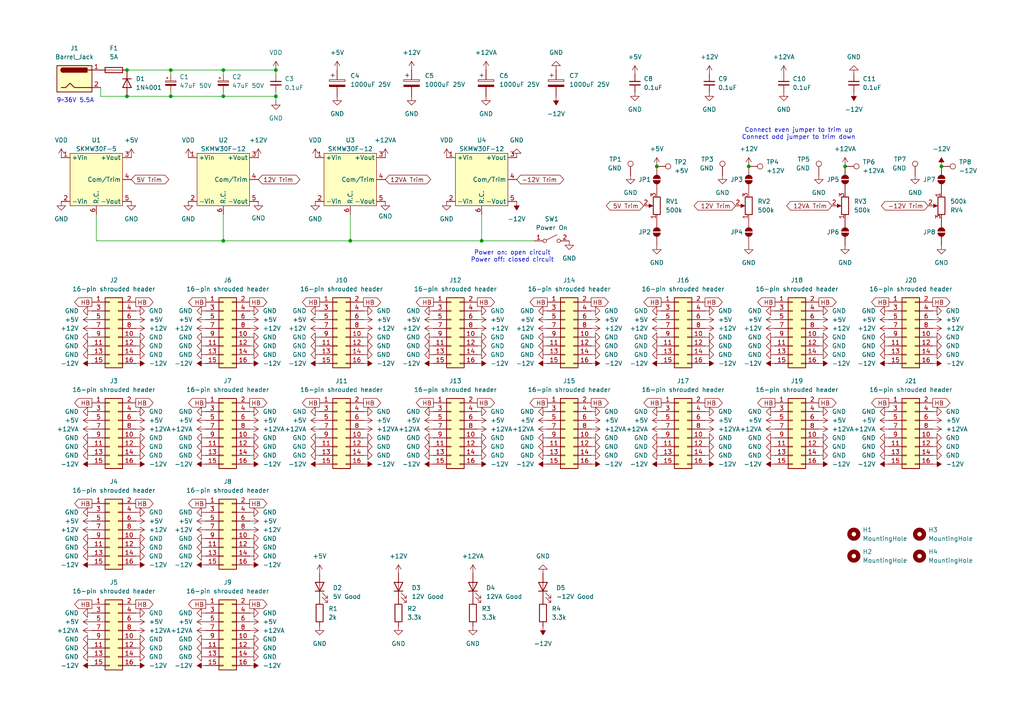
<source format=kicad_sch>
(kicad_sch (version 20250114) (generator "eeschema") (generator_version "9.0")
  (paper "A4")
  (title_block (title "Eurorack Power Adapter") (date "2025-10-31") (rev "A"))
  (lib_symbols
    (symbol "Connector:Barrel_Jack" (pin_names (offset 1.016))
      (property "Reference" "J" (at 0 5.334 0))
      (property "Value" "Barrel_Jack" (at 0 -5.08 0))
      (symbol "Barrel_Jack_1_1"
        (pin passive line (at 7.62 2.54 180) (length 2.54) (name "~") (number "1"))
        (pin passive line (at 7.62 -2.54 180) (length 2.54) (name "~") (number "2"))
      )
    )
    (symbol "Connector:TestPoint" (pin_numbers (hide yes)) (pin_names (offset 0.762) (hide yes))
      (property "Reference" "TP" (at 0 6.858 0))
      (property "Value" "TestPoint" (at 0 5.08 0))
      (symbol "TestPoint_1_1"
        (pin passive line (at 0 0 90) (length 2.54) (name "1") (number "1"))
      )
    )
    (symbol "Connector_Generic:Conn_02x08_Odd_Even" (pin_names (offset 1.016) (hide yes))
      (property "Reference" "J" (at 1.27 10.16 0))
      (property "Value" "Conn_02x08_Odd_Even" (at 1.27 -12.7 0))
      (symbol "Conn_02x08_Odd_Even_1_1"
        (pin passive line (at -5.08 7.62 0) (length 3.81) (name "Pin_1") (number "1"))
        (pin passive line (at -5.08 5.08 0) (length 3.81) (name "Pin_3") (number "3"))
        (pin passive line (at -5.08 2.54 0) (length 3.81) (name "Pin_5") (number "5"))
        (pin passive line (at -5.08 0 0) (length 3.81) (name "Pin_7") (number "7"))
        (pin passive line (at -5.08 -2.54 0) (length 3.81) (name "Pin_9") (number "9"))
        (pin passive line (at -5.08 -5.08 0) (length 3.81) (name "Pin_11") (number "11"))
        (pin passive line (at -5.08 -7.62 0) (length 3.81) (name "Pin_13") (number "13"))
        (pin passive line (at -5.08 -10.16 0) (length 3.81) (name "Pin_15") (number "15"))
        (pin passive line (at 7.62 7.62 180) (length 3.81) (name "Pin_2") (number "2"))
        (pin passive line (at 7.62 5.08 180) (length 3.81) (name "Pin_4") (number "4"))
        (pin passive line (at 7.62 2.54 180) (length 3.81) (name "Pin_6") (number "6"))
        (pin passive line (at 7.62 0 180) (length 3.81) (name "Pin_8") (number "8"))
        (pin passive line (at 7.62 -2.54 180) (length 3.81) (name "Pin_10") (number "10"))
        (pin passive line (at 7.62 -5.08 180) (length 3.81) (name "Pin_12") (number "12"))
        (pin passive line (at 7.62 -7.62 180) (length 3.81) (name "Pin_14") (number "14"))
        (pin passive line (at 7.62 -10.16 180) (length 3.81) (name "Pin_16") (number "16"))
      )
    )
    (symbol "Custom_Symbols:SKMW30"
      (property "Reference" "U" (at -0.254 0 0))
      (symbol "SKMW30_1_1"
        (pin input line (at -10.16 6.35 0) (length 2.54) (name "+Vin") (number "1"))
        (pin input line (at -10.16 -6.35 0) (length 2.54) (name "-Vin") (number "2"))
        (pin input line (at 0 -10.16 90) (length 2.54) (name "R.C.") (number "6"))
        (pin output line (at 10.16 6.35 180) (length 2.54) (name "+Vout") (number "3"))
        (pin output line (at 10.16 0 180) (length 2.54) (name "Com/Trim") (number "4"))
        (pin output line (at 10.16 -6.35 180) (length 2.54) (name "-Vout") (number "5"))
      )
    )
    (symbol "Device:C_Polarized" (pin_numbers (hide yes)) (pin_names (offset 0.254))
      (property "Reference" "C" (at 0.635 2.54 0))
      (property "Value" "C_Polarized" (at 0.635 -2.54 0))
      (symbol "C_Polarized_1_1"
        (pin passive line (at 0 3.81 270) (length 2.794) (name "~") (number "1"))
        (pin passive line (at 0 -3.81 90) (length 2.794) (name "~") (number "2"))
      )
    )
    (symbol "Device:C_Polarized_Small" (pin_numbers (hide yes)) (pin_names (offset 0.254) (hide yes))
      (property "Reference" "C" (at 0.254 1.778 0))
      (property "Value" "C_Polarized_Small" (at 0.254 -2.032 0))
      (symbol "C_Polarized_Small_1_1"
        (pin passive line (at 0 2.54 270) (length 1.8542) (name "~") (number "1"))
        (pin passive line (at 0 -2.54 90) (length 1.8542) (name "~") (number "2"))
      )
    )
    (symbol "Device:C_Small" (pin_numbers (hide yes)) (pin_names (offset 0.254) (hide yes))
      (property "Reference" "C" (at 0.254 1.778 0))
      (property "Value" "C_Small" (at 0.254 -2.032 0))
      (symbol "C_Small_1_1"
        (pin passive line (at 0 2.54 270) (length 2.032) (name "~") (number "1"))
        (pin passive line (at 0 -2.54 90) (length 2.032) (name "~") (number "2"))
      )
    )
    (symbol "Device:Fuse" (pin_numbers (hide yes)) (pin_names (offset 0))
      (property "Reference" "F" (at 2.032 0 90))
      (property "Value" "Fuse" (at -1.905 0 90))
      (symbol "Fuse_1_1"
        (pin passive line (at 0 3.81 270) (length 1.27) (name "~") (number "1"))
        (pin passive line (at 0 -3.81 90) (length 1.27) (name "~") (number "2"))
      )
    )
    (symbol "Device:LED" (pin_numbers (hide yes)) (pin_names (offset 1.016) (hide yes))
      (property "Reference" "D" (at 0 2.54 0))
      (property "Value" "LED" (at 0 -2.54 0))
      (symbol "LED_1_1"
        (pin passive line (at -3.81 0 0) (length 2.54) (name "K") (number "1"))
        (pin passive line (at 3.81 0 180) (length 2.54) (name "A") (number "2"))
      )
    )
    (symbol "Device:R" (pin_numbers (hide yes)) (pin_names (offset 0))
      (property "Reference" "R" (at 2.032 0 90))
      (property "Value" "R" (at 0 0 90))
      (symbol "R_1_1"
        (pin passive line (at 0 3.81 270) (length 1.27) (name "~") (number "1"))
        (pin passive line (at 0 -3.81 90) (length 1.27) (name "~") (number "2"))
      )
    )
    (symbol "Device:R_Potentiometer" (pin_names (offset 1.016) (hide yes))
      (property "Reference" "RV" (at -4.445 0 90))
      (property "Value" "R_Potentiometer" (at -2.54 0 90))
      (symbol "R_Potentiometer_1_1"
        (pin passive line (at 0 3.81 270) (length 1.27) (name "1") (number "1"))
        (pin passive line (at 0 -3.81 90) (length 1.27) (name "3") (number "3"))
        (pin passive line (at 3.81 0 180) (length 1.27) (name "2") (number "2"))
      )
    )
    (symbol "Diode:1N4001" (pin_numbers (hide yes)) (pin_names (hide yes))
      (property "Reference" "D" (at 0 2.54 0))
      (property "Value" "1N4001" (at 0 -2.54 0))
      (symbol "1N4001_1_1"
        (pin passive line (at -3.81 0 0) (length 2.54) (name "K") (number "1"))
        (pin passive line (at 3.81 0 180) (length 2.54) (name "A") (number "2"))
      )
    )
    (symbol "Jumper:SolderJumper_2_Open" (pin_numbers (hide yes)) (pin_names (offset 0) (hide yes)) (exclude_from_sim yes) (in_bom no)
      (property "Reference" "JP" (at 0 2.032 0))
      (property "Value" "SolderJumper_2_Open" (at 0 -2.54 0))
      (symbol "SolderJumper_2_Open_1_1"
        (pin passive line (at -3.81 0 0) (length 2.54) (name "A") (number "1"))
        (pin passive line (at 3.81 0 180) (length 2.54) (name "B") (number "2"))
      )
    )
    (symbol "Mechanical:MountingHole" (pin_names (offset 1.016)) (exclude_from_sim yes) (in_bom no)
      (property "Reference" "H" (at 0 5.08 0))
      (property "Value" "MountingHole" (at 0 3.175 0))
    )
    (symbol "Switch:SW_SPST" (pin_names (offset 0) (hide yes))
      (property "Reference" "SW" (at 0 3.175 0))
      (property "Value" "SW_SPST" (at 0 -2.54 0))
      (symbol "SW_SPST_1_1"
        (pin passive line (at -5.08 0 0) (length 2.54) (name "A") (number "1"))
        (pin passive line (at 5.08 0 180) (length 2.54) (name "B") (number "2"))
      )
    )
    (symbol "power:+12V" (power) (pin_numbers (hide yes)) (pin_names (offset 0) (hide yes))
      (property "Value" "+12V" (at 0 3.556 0))
      (symbol "+12V_1_1"
        (pin power_in line (at 0 0 90) (length 0) (name "~") (number "1"))
      )
    )
    (symbol "power:+12VA" (power) (pin_numbers (hide yes)) (pin_names (offset 0) (hide yes))
      (property "Value" "+12VA" (at 0 3.556 0))
      (symbol "+12VA_1_1"
        (pin power_in line (at 0 0 90) (length 0) (name "~") (number "1"))
      )
    )
    (symbol "power:+5V" (power) (pin_numbers (hide yes)) (pin_names (offset 0) (hide yes))
      (property "Value" "+5V" (at 0 3.556 0))
      (symbol "+5V_1_1"
        (pin power_in line (at 0 0 90) (length 0) (name "~") (number "1"))
      )
    )
    (symbol "power:-12V" (power) (pin_numbers (hide yes)) (pin_names (offset 0) (hide yes))
      (property "Value" "-12V" (at 0 3.556 0))
      (symbol "-12V_0_0"
        (pin power_in line (at 0 0 90) (length 0) (name "~") (number "1"))
      )
    )
    (symbol "power:GND" (power) (pin_numbers (hide yes)) (pin_names (offset 0) (hide yes))
      (property "Value" "GND" (at 0 -3.81 0))
      (symbol "GND_1_1"
        (pin power_in line (at 0 0 270) (length 0) (name "~") (number "1"))
      )
    )
    (symbol "power:VDD" (power) (pin_numbers (hide yes)) (pin_names (offset 0) (hide yes))
      (property "Value" "VDD" (at 0 3.556 0))
      (symbol "VDD_1_1"
        (pin power_in line (at 0 0 90) (length 0) (name "~") (number "1"))
      )
    )
  )
  (text "Power on: open circuit\nPower off: closed circuit" (at 148.59 74.422 0) (effects (font (size 1.27 1.27))))
  (text "Connect even jumper to trim up\nConnect odd jumper to trim down" (at 231.648 38.862 0) (effects (font (size 1.27 1.27))))
  (text "9~36V 5.5A" (at 21.844 29.21 0) (effects (font (size 1.27 1.27))))
  (junction (at 64.77 27.94))
  (junction (at 64.77 20.32))
  (junction (at 49.53 20.32))
  (junction (at 80.01 27.94))
  (junction (at 245.11 48.26))
  (junction (at 64.77 69.85))
  (junction (at 36.83 27.94))
  (junction (at 80.01 20.32))
  (junction (at 139.7 69.85))
  (junction (at 217.17 48.26))
  (junction (at 273.05 48.26))
  (junction (at 36.83 20.32))
  (junction (at 190.5 48.26))
  (junction (at 49.53 27.94))
  (junction (at 101.6 69.85))
  (wire (pts (xy 139.7 69.85) (xy 154.94 69.85)))
  (wire (pts (xy 49.53 27.94) (xy 49.53 26.67)))
  (wire (pts (xy 49.53 20.32) (xy 64.77 20.32)))
  (wire (pts (xy 36.83 27.94) (xy 49.53 27.94)))
  (wire (pts (xy 80.01 29.21) (xy 80.01 27.94)))
  (wire (pts (xy 101.6 69.85) (xy 139.7 69.85)))
  (wire (pts (xy 80.01 21.59) (xy 80.01 20.32)))
  (wire (pts (xy 49.53 21.59) (xy 49.53 20.32)))
  (wire (pts (xy 64.77 26.67) (xy 64.77 27.94)))
  (wire (pts (xy 139.7 62.23) (xy 139.7 69.85)))
  (wire (pts (xy 36.83 20.32) (xy 49.53 20.32)))
  (wire (pts (xy 64.77 20.32) (xy 80.01 20.32)))
  (wire (pts (xy 64.77 27.94) (xy 80.01 27.94)))
  (wire (pts (xy 27.94 69.85) (xy 64.77 69.85)))
  (wire (pts (xy 29.21 27.94) (xy 36.83 27.94)))
  (wire (pts (xy 64.77 62.23) (xy 64.77 69.85)))
  (wire (pts (xy 64.77 20.32) (xy 64.77 21.59)))
  (wire (pts (xy 80.01 27.94) (xy 80.01 26.67)))
  (wire (pts (xy 64.77 69.85) (xy 101.6 69.85)))
  (wire (pts (xy 49.53 27.94) (xy 64.77 27.94)))
  (wire (pts (xy 101.6 62.23) (xy 101.6 69.85)))
  (wire (pts (xy 27.94 62.23) (xy 27.94 69.85)))
  (wire (pts (xy 29.21 27.94) (xy 29.21 25.4)))
  (global_label "HB" (shape output) (at 26.67 175.26 180) (property "Intersheetrefs" "${INTERSHEET_REFS}" (effects (hide yes))))
  (global_label "HB" (shape output) (at 39.37 87.63 0) (property "Intersheetrefs" "${INTERSHEET_REFS}" (effects (hide yes))))
  (global_label "HB" (shape output) (at 191.77 116.84 180) (property "Intersheetrefs" "${INTERSHEET_REFS}" (effects (hide yes))))
  (global_label "HB" (shape output) (at 105.41 116.84 0) (property "Intersheetrefs" "${INTERSHEET_REFS}" (effects (hide yes))))
  (global_label "HB" (shape output) (at 158.75 116.84 180) (property "Intersheetrefs" "${INTERSHEET_REFS}" (effects (hide yes))))
  (global_label "HB" (shape output) (at 191.77 87.63 180) (property "Intersheetrefs" "${INTERSHEET_REFS}" (effects (hide yes))))
  (global_label "HB" (shape output) (at 270.51 116.84 0) (property "Intersheetrefs" "${INTERSHEET_REFS}" (effects (hide yes))))
  (global_label "HB" (shape output) (at 92.71 87.63 180) (property "Intersheetrefs" "${INTERSHEET_REFS}" (effects (hide yes))))
  (global_label "HB" (shape output) (at 39.37 116.84 0) (property "Intersheetrefs" "${INTERSHEET_REFS}" (effects (hide yes))))
  (global_label "HB" (shape output) (at 72.39 116.84 0) (property "Intersheetrefs" "${INTERSHEET_REFS}" (effects (hide yes))))
  (global_label "HB" (shape output) (at 158.75 87.63 180) (property "Intersheetrefs" "${INTERSHEET_REFS}" (effects (hide yes))))
  (global_label "HB" (shape output) (at 125.73 87.63 180) (property "Intersheetrefs" "${INTERSHEET_REFS}" (effects (hide yes))))
  (global_label "5V Trim" (shape bidirectional) (at 186.69 59.69 180) (property "Intersheetrefs" "${INTERSHEET_REFS}" (effects (hide yes))))
  (global_label "HB" (shape output) (at 39.37 175.26 0) (property "Intersheetrefs" "${INTERSHEET_REFS}" (effects (hide yes))))
  (global_label "HB" (shape output) (at 92.71 116.84 180) (property "Intersheetrefs" "${INTERSHEET_REFS}" (effects (hide yes))))
  (global_label "HB" (shape output) (at 204.47 116.84 0) (property "Intersheetrefs" "${INTERSHEET_REFS}" (effects (hide yes))))
  (global_label "HB" (shape output) (at 26.67 87.63 180) (property "Intersheetrefs" "${INTERSHEET_REFS}" (effects (hide yes))))
  (global_label "HB" (shape output) (at 59.69 175.26 180) (property "Intersheetrefs" "${INTERSHEET_REFS}" (effects (hide yes))))
  (global_label "HB" (shape output) (at 270.51 87.63 0) (property "Intersheetrefs" "${INTERSHEET_REFS}" (effects (hide yes))))
  (global_label "12VA Trim" (shape bidirectional) (at 111.76 52.07 0) (property "Intersheetrefs" "${INTERSHEET_REFS}" (effects (hide yes))))
  (global_label "-12V Trim" (shape bidirectional) (at 269.24 59.69 180) (property "Intersheetrefs" "${INTERSHEET_REFS}" (effects (hide yes))))
  (global_label "HB" (shape output) (at 204.47 87.63 0) (property "Intersheetrefs" "${INTERSHEET_REFS}" (effects (hide yes))))
  (global_label "HB" (shape output) (at 171.45 116.84 0) (property "Intersheetrefs" "${INTERSHEET_REFS}" (effects (hide yes))))
  (global_label "HB" (shape output) (at 171.45 87.63 0) (property "Intersheetrefs" "${INTERSHEET_REFS}" (effects (hide yes))))
  (global_label "HB" (shape output) (at 224.79 116.84 180) (property "Intersheetrefs" "${INTERSHEET_REFS}" (effects (hide yes))))
  (global_label "HB" (shape output) (at 26.67 146.05 180) (property "Intersheetrefs" "${INTERSHEET_REFS}" (effects (hide yes))))
  (global_label "HB" (shape output) (at 39.37 146.05 0) (property "Intersheetrefs" "${INTERSHEET_REFS}" (effects (hide yes))))
  (global_label "HB" (shape output) (at 257.81 87.63 180) (property "Intersheetrefs" "${INTERSHEET_REFS}" (effects (hide yes))))
  (global_label "HB" (shape output) (at 59.69 146.05 180) (property "Intersheetrefs" "${INTERSHEET_REFS}" (effects (hide yes))))
  (global_label "HB" (shape output) (at 72.39 175.26 0) (property "Intersheetrefs" "${INTERSHEET_REFS}" (effects (hide yes))))
  (global_label "HB" (shape output) (at 125.73 116.84 180) (property "Intersheetrefs" "${INTERSHEET_REFS}" (effects (hide yes))))
  (global_label "HB" (shape output) (at 138.43 116.84 0) (property "Intersheetrefs" "${INTERSHEET_REFS}" (effects (hide yes))))
  (global_label "HB" (shape output) (at 72.39 87.63 0) (property "Intersheetrefs" "${INTERSHEET_REFS}" (effects (hide yes))))
  (global_label "HB" (shape output) (at 237.49 116.84 0) (property "Intersheetrefs" "${INTERSHEET_REFS}" (effects (hide yes))))
  (global_label "HB" (shape output) (at 138.43 87.63 0) (property "Intersheetrefs" "${INTERSHEET_REFS}" (effects (hide yes))))
  (global_label "HB" (shape output) (at 59.69 116.84 180) (property "Intersheetrefs" "${INTERSHEET_REFS}" (effects (hide yes))))
  (global_label "HB" (shape output) (at 237.49 87.63 0) (property "Intersheetrefs" "${INTERSHEET_REFS}" (effects (hide yes))))
  (global_label "HB" (shape output) (at 224.79 87.63 180) (property "Intersheetrefs" "${INTERSHEET_REFS}" (effects (hide yes))))
  (global_label "12V Trim" (shape bidirectional) (at 213.36 59.69 180) (property "Intersheetrefs" "${INTERSHEET_REFS}" (effects (hide yes))))
  (global_label "HB" (shape output) (at 59.69 87.63 180) (property "Intersheetrefs" "${INTERSHEET_REFS}" (effects (hide yes))))
  (global_label "12V Trim" (shape bidirectional) (at 74.93 52.07 0) (property "Intersheetrefs" "${INTERSHEET_REFS}" (effects (hide yes))))
  (global_label "5V Trim" (shape bidirectional) (at 38.1 52.07 0) (property "Intersheetrefs" "${INTERSHEET_REFS}" (effects (hide yes))))
  (global_label "12VA Trim" (shape bidirectional) (at 241.3 59.69 180) (property "Intersheetrefs" "${INTERSHEET_REFS}" (effects (hide yes))))
  (global_label "HB" (shape output) (at 105.41 87.63 0) (property "Intersheetrefs" "${INTERSHEET_REFS}" (effects (hide yes))))
  (global_label "HB" (shape output) (at 257.81 116.84 180) (property "Intersheetrefs" "${INTERSHEET_REFS}" (effects (hide yes))))
  (global_label "HB" (shape output) (at 72.39 146.05 0) (property "Intersheetrefs" "${INTERSHEET_REFS}" (effects (hide yes))))
  (global_label "-12V Trim" (shape bidirectional) (at 149.86 52.07 0) (property "Intersheetrefs" "${INTERSHEET_REFS}" (effects (hide yes))))
  (global_label "HB" (shape output) (at 26.67 116.84 180) (property "Intersheetrefs" "${INTERSHEET_REFS}" (effects (hide yes))))
  (symbol (lib_id "power:GND") (at 72.39 185.42 90) (unit 1)
    (property "Reference" "#PWR0115" (effects (hide yes)))
    (property "Value" "GND" (at 76.2 185.42 90) (effects (justify right)))
  )
  (symbol (lib_id "power:GND") (at 59.69 129.54 270) (mirror x) (unit 1)
    (property "Reference" "#PWR074" (effects (hide yes)))
    (property "Value" "GND" (at 55.88 129.54 90) (effects (justify right)))
  )
  (symbol (lib_id "power:+12V") (at 171.45 95.25 270) (unit 1)
    (property "Reference" "#PWR0220" (effects (hide yes)))
    (property "Value" "+12V" (at 175.26 95.25 90) (effects (justify left)))
  )
  (symbol (lib_id "power:GND") (at 158.75 129.54 270) (mirror x) (unit 1)
    (property "Reference" "#PWR0212" (effects (hide yes)))
    (property "Value" "GND" (at 154.94 129.54 90) (effects (justify right)))
  )
  (symbol (lib_id "power:-12V") (at 39.37 105.41 270) (unit 1)
    (property "Reference" "#PWR039" (effects (hide yes)))
    (property "Value" "-12V" (at 43.18 105.41 90) (effects (justify left)))
  )
  (symbol (lib_id "Device:LED") (at 137.16 170.18 90) (unit 1)
    (property "Reference" "D4" (at 140.97 170.4974 90) (effects (justify right)))
    (property "Value" "12VA Good" (at 140.97 173.0374 90) (effects (justify right)))
    (property "Footprint" "LED_THT:LED_D3.0mm" (effects (hide yes)))
    (property "Description" "Light emitting diode" (effects (hide yes)))
    (property "Sim.Pins" "1=K 2=A" (effects (hide yes)))
  )
  (symbol (lib_id "Jumper:SolderJumper_2_Open") (at 190.5 67.31 90) (unit 1) (exclude_from_sim yes) (in_bom no)
    (property "Reference" "JP2" (at 185.166 67.31 90) (effects (justify right)))
    (property "Value" "SolderJumper_2_Open" (effects (hide yes)))
    (property "Footprint" "Jumper:SolderJumper-2_P1.3mm_Open_TrianglePad1.0x1.5mm" (effects (hide yes)))
    (property "Description" "Solder Jumper, 2-pole, open" (effects (hide yes)))
  )
  (symbol (lib_id "Device:Fuse") (at 33.02 20.32 90) (unit 1)
    (property "Reference" "F1" (at 33.02 13.97 90))
    (property "Value" "5A" (at 33.02 16.51 90))
    (property "Footprint" "Fuse:Fuseholder_Cylinder-5x20mm_Schurter_0031_8201_Horizontal_Open" (effects (hide yes)))
    (property "Description" "Fuse" (effects (hide yes)))
  )
  (symbol (lib_id "power:-12V") (at 72.39 193.04 270) (unit 1)
    (property "Reference" "#PWR0118" (effects (hide yes)))
    (property "Value" "-12V" (at 76.2 193.04 90) (effects (justify left)))
  )
  (symbol (lib_id "power:GND") (at 59.69 132.08 270) (mirror x) (unit 1)
    (property "Reference" "#PWR075" (effects (hide yes)))
    (property "Value" "GND" (at 55.88 132.08 90) (effects (justify right)))
  )
  (symbol (lib_id "power:GND") (at 161.29 20.32 180) (unit 1)
    (property "Reference" "#PWR0215" (effects (hide yes)))
    (property "Value" "GND" (at 161.29 15.24 0))
    (property "Description" "Power symbol creates a global label with name \"GND\" , ground" (effects (hide yes)))
  )
  (symbol (lib_id "power:+5V") (at 39.37 92.71 270) (unit 1)
    (property "Reference" "#PWR034" (effects (hide yes)))
    (property "Value" "+5V" (at 43.18 92.71 90) (effects (justify left)))
  )
  (symbol (lib_id "power:GND") (at 245.11 71.12 0) (unit 1)
    (property "Reference" "#PWR0302" (effects (hide yes)))
    (property "Value" "GND" (at 245.11 76.2 0))
    (property "Description" "Power symbol creates a global label with name \"GND\" , ground" (effects (hide yes)))
  )
  (symbol (lib_id "power:GND") (at 138.43 100.33 90) (unit 1)
    (property "Reference" "#PWR0185" (effects (hide yes)))
    (property "Value" "GND" (at 142.24 100.33 90) (effects (justify right)))
  )
  (symbol (lib_id "power:GND") (at 158.75 97.79 270) (mirror x) (unit 1)
    (property "Reference" "#PWR0204" (effects (hide yes)))
    (property "Value" "GND" (at 154.94 97.79 90) (effects (justify right)))
  )
  (symbol (lib_id "power:+12V") (at 115.57 166.37 0) (unit 1)
    (property "Reference" "#PWR0159" (effects (hide yes)))
    (property "Value" "+12V" (at 115.57 161.29 0))
    (property "Description" "Power symbol creates a global label with name \"+12V\"" (effects (hide yes)))
  )
  (symbol (lib_id "power:GND") (at 26.67 97.79 270) (mirror x) (unit 1)
    (property "Reference" "#PWR06" (effects (hide yes)))
    (property "Value" "GND" (at 22.86 97.79 90) (effects (justify right)))
  )
  (symbol (lib_id "power:VDD") (at 129.54 45.72 0) (unit 1)
    (property "Reference" "#PWR0177" (effects (hide yes)))
    (property "Value" "VDD" (at 129.54 40.64 0))
    (property "Description" "Power symbol creates a global label with name \"VDD\"" (effects (hide yes)))
  )
  (symbol (lib_id "power:GND") (at 26.67 102.87 270) (mirror x) (unit 1)
    (property "Reference" "#PWR08" (effects (hide yes)))
    (property "Value" "GND" (at 22.86 102.87 90) (effects (justify right)))
  )
  (symbol (lib_id "power:GND") (at 125.73 102.87 270) (mirror x) (unit 1)
    (property "Reference" "#PWR0168" (effects (hide yes)))
    (property "Value" "GND" (at 121.92 102.87 90) (effects (justify right)))
  )
  (symbol (lib_id "power:GND") (at 39.37 148.59 90) (unit 1)
    (property "Reference" "#PWR047" (effects (hide yes)))
    (property "Value" "GND" (at 43.18 148.59 90) (effects (justify right)))
  )
  (symbol (lib_id "power:GND") (at 257.81 97.79 270) (mirror x) (unit 1)
    (property "Reference" "#PWR0308" (effects (hide yes)))
    (property "Value" "GND" (at 254 97.79 90) (effects (justify right)))
  )
  (symbol (lib_id "power:+5V") (at 158.75 121.92 90) (mirror x) (unit 1)
    (property "Reference" "#PWR0209" (effects (hide yes)))
    (property "Value" "+5V" (at 154.94 121.92 90) (effects (justify left)))
  )
  (symbol (lib_id "Connector_Generic:Conn_02x08_Odd_Even") (at 97.79 95.25 0) (unit 1)
    (property "Reference" "J10" (at 99.06 81.28 0))
    (property "Value" "16-pin shrouded header" (at 99.06 83.82 0))
    (property "Footprint" "Custom Footprints:16-pin shrouded header" (effects (hide yes)))
  )
  (symbol (lib_id "power:-12V") (at 204.47 105.41 270) (unit 1)
    (property "Reference" "#PWR0257" (effects (hide yes)))
    (property "Value" "-12V" (at 208.28 105.41 90) (effects (justify left)))
  )
  (symbol (lib_id "power:+12VA") (at 171.45 124.46 270) (unit 1)
    (property "Reference" "#PWR0227" (effects (hide yes)))
    (property "Value" "+12VA" (at 175.26 124.4599 90) (effects (justify left)))
    (property "Description" "Power symbol creates a global label with name \"+12VA\"" (effects (hide yes)))
  )
  (symbol (lib_id "power:GND") (at 105.41 90.17 90) (unit 1)
    (property "Reference" "#PWR0143" (effects (hide yes)))
    (property "Value" "GND" (at 109.22 90.17 90) (effects (justify right)))
  )
  (symbol (lib_id "power:+12V") (at 59.69 95.25 90) (mirror x) (unit 1)
    (property "Reference" "#PWR065" (effects (hide yes)))
    (property "Value" "+12V" (at 55.88 95.25 90) (effects (justify left)))
  )
  (symbol (lib_id "power:GND") (at 92.71 127 270) (mirror x) (unit 1)
    (property "Reference" "#PWR0135" (effects (hide yes)))
    (property "Value" "GND" (at 88.9 127 90) (effects (justify right)))
  )
  (symbol (lib_id "Connector:TestPoint") (at 190.5 48.26 270) (unit 1)
    (property "Reference" "TP2" (at 195.58 46.9899 90) (effects (justify left)))
    (property "Value" "+5V" (at 195.58 49.5299 90) (effects (justify left)))
    (property "Footprint" "TestPoint:TestPoint_Keystone_5000-5004_Miniature" (effects (hide yes)))
    (property "Description" "test point" (effects (hide yes)))
  )
  (symbol (lib_id "power:+5V") (at 97.79 20.32 0) (unit 1)
    (property "Reference" "#PWR0141" (effects (hide yes)))
    (property "Value" "+5V" (at 97.79 15.24 0))
    (property "Description" "Power symbol creates a global label with name \"+5V\"" (effects (hide yes)))
  )
  (symbol (lib_id "power:GND") (at 39.37 132.08 90) (unit 1)
    (property "Reference" "#PWR045" (effects (hide yes)))
    (property "Value" "GND" (at 43.18 132.08 90) (effects (justify right)))
  )
  (symbol (lib_id "power:GND") (at 158.75 100.33 270) (mirror x) (unit 1)
    (property "Reference" "#PWR0205" (effects (hide yes)))
    (property "Value" "GND" (at 154.94 100.33 90) (effects (justify right)))
  )
  (symbol (lib_id "power:GND") (at 191.77 119.38 270) (mirror x) (unit 1)
    (property "Reference" "#PWR0244" (effects (hide yes)))
    (property "Value" "GND" (at 187.96 119.38 90) (effects (justify right)))
  )
  (symbol (lib_id "power:GND") (at 59.69 156.21 270) (mirror x) (unit 1)
    (property "Reference" "#PWR080" (effects (hide yes)))
    (property "Value" "GND" (at 55.88 156.21 90) (effects (justify right)))
  )
  (symbol (lib_id "power:GND") (at 138.43 132.08 90) (unit 1)
    (property "Reference" "#PWR0193" (effects (hide yes)))
    (property "Value" "GND" (at 142.24 132.08 90) (effects (justify right)))
  )
  (symbol (lib_id "power:GND") (at 270.51 100.33 90) (unit 1)
    (property "Reference" "#PWR0324" (effects (hide yes)))
    (property "Value" "GND" (at 274.32 100.33 90) (effects (justify right)))
  )
  (symbol (lib_id "Device:LED") (at 157.48 170.18 90) (unit 1)
    (property "Reference" "D5" (at 161.29 170.4974 90) (effects (justify right)))
    (property "Value" "-12V Good" (at 161.29 173.0374 90) (effects (justify right)))
    (property "Footprint" "LED_THT:LED_D3.0mm" (effects (hide yes)))
    (property "Description" "Light emitting diode" (effects (hide yes)))
    (property "Sim.Pins" "1=K 2=A" (effects (hide yes)))
  )
  (symbol (lib_id "Connector_Generic:Conn_02x08_Odd_Even") (at 130.81 95.25 0) (unit 1)
    (property "Reference" "J12" (at 132.08 81.28 0))
    (property "Value" "16-pin shrouded header" (at 132.08 83.82 0))
    (property "Footprint" "Custom Footprints:16-pin shrouded header" (effects (hide yes)))
  )
  (symbol (lib_id "power:GND") (at 97.79 27.94 0) (unit 1)
    (property "Reference" "#PWR0142" (effects (hide yes)))
    (property "Value" "GND" (at 97.79 33.02 0))
    (property "Description" "Power symbol creates a global label with name \"GND\" , ground" (effects (hide yes)))
  )
  (symbol (lib_id "power:GND") (at 92.71 129.54 270) (mirror x) (unit 1)
    (property "Reference" "#PWR0136" (effects (hide yes)))
    (property "Value" "GND" (at 88.9 129.54 90) (effects (justify right)))
  )
  (symbol (lib_id "power:GND") (at 224.79 119.38 270) (mirror x) (unit 1)
    (property "Reference" "#PWR0277" (effects (hide yes)))
    (property "Value" "GND" (at 220.98 119.38 90) (effects (justify right)))
  )
  (symbol (lib_id "Device:LED") (at 92.71 170.18 90) (unit 1)
    (property "Reference" "D2" (at 96.52 170.4974 90) (effects (justify right)))
    (property "Value" "5V Good" (at 96.52 173.0374 90) (effects (justify right)))
    (property "Footprint" "LED_THT:LED_D3.0mm" (effects (hide yes)))
    (property "Description" "Light emitting diode" (effects (hide yes)))
    (property "Sim.Pins" "1=K 2=A" (effects (hide yes)))
  )
  (symbol (lib_id "power:GND") (at 265.43 50.8 0) (unit 1)
    (property "Reference" "#PWR0319" (effects (hide yes)))
    (property "Value" "GND" (at 265.43 55.88 0))
    (property "Description" "Power symbol creates a global label with name \"GND\" , ground" (effects (hide yes)))
  )
  (symbol (lib_id "power:GND") (at 237.49 100.33 90) (unit 1)
    (property "Reference" "#PWR0291" (effects (hide yes)))
    (property "Value" "GND" (at 241.3 100.33 90) (effects (justify right)))
  )
  (symbol (lib_id "power:-12V") (at 204.47 134.62 270) (unit 1)
    (property "Reference" "#PWR0264" (effects (hide yes)))
    (property "Value" "-12V" (at 208.28 134.62 90) (effects (justify left)))
  )
  (symbol (lib_id "Device:R") (at 92.71 177.8 0) (unit 1)
    (property "Reference" "R1" (at 95.25 176.5299 0) (effects (justify left)))
    (property "Value" "2k" (at 95.25 179.0699 0) (effects (justify left)))
    (property "Footprint" "Resistor_THT:R_Axial_DIN0207_L6.3mm_D2.5mm_P10.16mm_Horizontal" (effects (hide yes)))
    (property "Description" "Resistor" (effects (hide yes)))
  )
  (symbol (lib_id "power:GND") (at 171.45 97.79 90) (unit 1)
    (property "Reference" "#PWR0221" (effects (hide yes)))
    (property "Value" "GND" (at 175.26 97.79 90) (effects (justify right)))
  )
  (symbol (lib_id "power:-12V") (at 224.79 134.62 90) (mirror x) (unit 1)
    (property "Reference" "#PWR0283" (effects (hide yes)))
    (property "Value" "-12V" (at 220.98 134.62 90) (effects (justify left)))
  )
  (symbol (lib_id "power:+12VA") (at 224.79 124.46 90) (unit 1)
    (property "Reference" "#PWR0279" (effects (hide yes)))
    (property "Value" "+12VA" (at 220.98 124.4599 90) (effects (justify left)))
    (property "Description" "Power symbol creates a global label with name \"+12VA\"" (effects (hide yes)))
  )
  (symbol (lib_id "power:+12VA") (at 204.47 124.46 270) (unit 1)
    (property "Reference" "#PWR0260" (effects (hide yes)))
    (property "Value" "+12VA" (at 208.28 124.4599 90) (effects (justify left)))
    (property "Description" "Power symbol creates a global label with name \"+12VA\"" (effects (hide yes)))
  )
  (symbol (lib_id "power:GND") (at 204.47 90.17 90) (unit 1)
    (property "Reference" "#PWR0251" (effects (hide yes)))
    (property "Value" "GND" (at 208.28 90.17 90) (effects (justify right)))
  )
  (symbol (lib_id "power:GND") (at 26.67 148.59 270) (mirror x) (unit 1)
    (property "Reference" "#PWR017" (effects (hide yes)))
    (property "Value" "GND" (at 22.86 148.59 90) (effects (justify right)))
  )
  (symbol (lib_id "power:+5V") (at 138.43 121.92 270) (unit 1)
    (property "Reference" "#PWR0189" (effects (hide yes)))
    (property "Value" "+5V" (at 142.24 121.92 90) (effects (justify left)))
  )
  (symbol (lib_id "Device:C_Polarized_Small") (at 64.77 24.13 0) (unit 1)
    (property "Reference" "C2" (at 67.31 22.3138 0) (effects (justify left)))
    (property "Value" "47uF 50V" (at 67.31 24.8538 0) (effects (justify left)))
    (property "Footprint" "Capacitor_THT:CP_Radial_D6.3mm_P2.50mm" (effects (hide yes)))
    (property "Description" "Polarized capacitor, small symbol" (effects (hide yes)))
  )
  (symbol (lib_id "power:+5V") (at 72.39 180.34 270) (unit 1)
    (property "Reference" "#PWR0113" (effects (hide yes)))
    (property "Value" "+5V" (at 76.2 180.34 90) (effects (justify left)))
  )
  (symbol (lib_id "power:+12VA") (at 237.49 124.46 270) (unit 1)
    (property "Reference" "#PWR0296" (effects (hide yes)))
    (property "Value" "+12VA" (at 241.3 124.4599 90) (effects (justify left)))
    (property "Description" "Power symbol creates a global label with name \"+12VA\"" (effects (hide yes)))
  )
  (symbol (lib_id "Custom_Symbols:SKMW30") (at 101.6 52.07 0) (unit 1)
    (property "Reference" "U3" (at 101.6 40.64 0))
    (property "Value" "SKMW30F-12" (at 101.6 43.18 0))
    (property "Footprint" "Custom Footprints:SKM30W" (effects (hide yes)))
    (property "Datasheet" "kicad-embed://MeanWellSKMW30,DKMW30-spec.pdf" (effects (hide yes)))
  )
  (symbol (lib_id "power:GND") (at 158.75 102.87 270) (mirror x) (unit 1)
    (property "Reference" "#PWR0206" (effects (hide yes)))
    (property "Value" "GND" (at 154.94 102.87 90) (effects (justify right)))
  )
  (symbol (lib_id "power:GND") (at 224.79 127 270) (mirror x) (unit 1)
    (property "Reference" "#PWR0280" (effects (hide yes)))
    (property "Value" "GND" (at 220.98 127 90) (effects (justify right)))
  )
  (symbol (lib_id "power:+12VA") (at 111.76 45.72 0) (unit 1)
    (property "Reference" "#PWR0157" (effects (hide yes)))
    (property "Value" "+12VA" (at 111.76 40.64 0))
    (property "Description" "Power symbol creates a global label with name \"+12VA\"" (effects (hide yes)))
  )
  (symbol (lib_id "power:GND") (at 39.37 156.21 90) (unit 1)
    (property "Reference" "#PWR050" (effects (hide yes)))
    (property "Value" "GND" (at 43.18 156.21 90) (effects (justify right)))
  )
  (symbol (lib_id "power:+12V") (at 125.73 95.25 90) (mirror x) (unit 1)
    (property "Reference" "#PWR0165" (effects (hide yes)))
    (property "Value" "+12V" (at 121.92 95.25 90) (effects (justify left)))
  )
  (symbol (lib_id "power:GND") (at 191.77 102.87 270) (mirror x) (unit 1)
    (property "Reference" "#PWR0242" (effects (hide yes)))
    (property "Value" "GND" (at 187.96 102.87 90) (effects (justify right)))
  )
  (symbol (lib_id "power:-12V") (at 39.37 134.62 270) (unit 1)
    (property "Reference" "#PWR046" (effects (hide yes)))
    (property "Value" "-12V" (at 43.18 134.62 90) (effects (justify left)))
  )
  (symbol (lib_id "power:-12V") (at 191.77 134.62 90) (mirror x) (unit 1)
    (property "Reference" "#PWR0250" (effects (hide yes)))
    (property "Value" "-12V" (at 187.96 134.62 90) (effects (justify left)))
  )
  (symbol (lib_id "power:GND") (at 59.69 100.33 270) (mirror x) (unit 1)
    (property "Reference" "#PWR067" (effects (hide yes)))
    (property "Value" "GND" (at 55.88 100.33 90) (effects (justify right)))
  )
  (symbol (lib_id "power:-12V") (at 26.67 134.62 90) (mirror x) (unit 1)
    (property "Reference" "#PWR016" (effects (hide yes)))
    (property "Value" "-12V" (at 22.86 134.62 90) (effects (justify left)))
  )
  (symbol (lib_id "power:GND") (at 92.71 102.87 270) (mirror x) (unit 1)
    (property "Reference" "#PWR0130" (effects (hide yes)))
    (property "Value" "GND" (at 88.9 102.87 90) (effects (justify right)))
  )
  (symbol (lib_id "power:GND") (at 270.51 129.54 90) (unit 1)
    (property "Reference" "#PWR0331" (effects (hide yes)))
    (property "Value" "GND" (at 274.32 129.54 90) (effects (justify right)))
  )
  (symbol (lib_id "Connector:Barrel_Jack") (at 21.59 22.86 0) (unit 1)
    (property "Reference" "J1" (at 21.59 13.97 0))
    (property "Value" "Barrel_Jack" (at 21.59 16.51 0))
    (property "Footprint" "Connector_PinHeader_2.54mm:PinHeader_1x02_P2.54mm_Vertical" (effects (hide yes)))
    (property "Description" "DC Barrel Jack" (effects (hide yes)))
  )
  (symbol (lib_id "power:-12V") (at 72.39 163.83 270) (unit 1)
    (property "Reference" "#PWR0111" (effects (hide yes)))
    (property "Value" "-12V" (at 76.2 163.83 90) (effects (justify left)))
  )
  (symbol (lib_id "power:-12V") (at 171.45 134.62 270) (unit 1)
    (property "Reference" "#PWR0231" (effects (hide yes)))
    (property "Value" "-12V" (at 175.26 134.62 90) (effects (justify left)))
  )
  (symbol (lib_id "power:-12V") (at 191.77 105.41 90) (mirror x) (unit 1)
    (property "Reference" "#PWR0243" (effects (hide yes)))
    (property "Value" "-12V" (at 187.96 105.41 90) (effects (justify left)))
  )
  (symbol (lib_id "power:+12V") (at 92.71 95.25 90) (mirror x) (unit 1)
    (property "Reference" "#PWR0127" (effects (hide yes)))
    (property "Value" "+12V" (at 88.9 95.25 90) (effects (justify left)))
  )
  (symbol (lib_id "power:GND") (at 237.49 132.08 90) (unit 1)
    (property "Reference" "#PWR0299" (effects (hide yes)))
    (property "Value" "GND" (at 241.3 132.08 90) (effects (justify right)))
  )
  (symbol (lib_id "power:-12V") (at 72.39 134.62 270) (unit 1)
    (property "Reference" "#PWR0104" (effects (hide yes)))
    (property "Value" "-12V" (at 76.2 134.62 90) (effects (justify left)))
  )
  (symbol (lib_id "Connector_Generic:Conn_02x08_Odd_Even") (at 196.85 124.46 0) (unit 1)
    (property "Reference" "J17" (at 198.12 110.49 0))
    (property "Value" "16-pin shrouded header" (at 198.12 113.03 0))
    (property "Footprint" "Custom Footprints:16-pin shrouded header" (effects (hide yes)))
  )
  (symbol (lib_id "power:GND") (at 171.45 119.38 90) (unit 1)
    (property "Reference" "#PWR0225" (effects (hide yes)))
    (property "Value" "GND" (at 175.26 119.38 90) (effects (justify right)))
  )
  (symbol (lib_id "power:GND") (at 158.75 119.38 270) (mirror x) (unit 1)
    (property "Reference" "#PWR0208" (effects (hide yes)))
    (property "Value" "GND" (at 154.94 119.38 90) (effects (justify right)))
  )
  (symbol (lib_id "power:GND") (at 205.74 26.67 0) (unit 1)
    (property "Reference" "#PWR0266" (effects (hide yes)))
    (property "Value" "GND" (at 205.74 31.75 0))
    (property "Description" "Power symbol creates a global label with name \"GND\" , ground" (effects (hide yes)))
  )
  (symbol (lib_id "Connector_Generic:Conn_02x08_Odd_Even") (at 163.83 95.25 0) (unit 1)
    (property "Reference" "J14" (at 165.1 81.28 0))
    (property "Value" "16-pin shrouded header" (at 165.1 83.82 0))
    (property "Footprint" "Custom Footprints:16-pin shrouded header" (effects (hide yes)))
  )
  (symbol (lib_id "power:VDD") (at 80.01 20.32 0) (unit 1)
    (property "Reference" "#PWR0121" (effects (hide yes)))
    (property "Value" "VDD" (at 80.01 15.24 0))
    (property "Description" "Power symbol creates a global label with name \"VDD\"" (effects (hide yes)))
  )
  (symbol (lib_id "power:+12VA") (at 245.11 48.26 0) (unit 1)
    (property "Reference" "#PWR0301" (effects (hide yes)))
    (property "Value" "+12VA" (at 245.11 43.18 0))
    (property "Description" "Power symbol creates a global label with name \"+12VA\"" (effects (hide yes)))
  )
  (symbol (lib_id "power:GND") (at 92.71 90.17 270) (mirror x) (unit 1)
    (property "Reference" "#PWR0125" (effects (hide yes)))
    (property "Value" "GND" (at 88.9 90.17 90) (effects (justify right)))
  )
  (symbol (lib_id "power:+5V") (at 171.45 121.92 270) (unit 1)
    (property "Reference" "#PWR0226" (effects (hide yes)))
    (property "Value" "+5V" (at 175.26 121.92 90) (effects (justify left)))
  )
  (symbol (lib_id "power:GND") (at 59.69 161.29 270) (mirror x) (unit 1)
    (property "Reference" "#PWR082" (effects (hide yes)))
    (property "Value" "GND" (at 55.88 161.29 90) (effects (justify right)))
  )
  (symbol (lib_id "power:GND") (at 165.1 69.85 0) (unit 1)
    (property "Reference" "#PWR0217" (effects (hide yes)))
    (property "Value" "GND" (at 165.1 74.93 0))
    (property "Description" "Power symbol creates a global label with name \"GND\" , ground" (effects (hide yes)))
  )
  (symbol (lib_id "Device:C_Polarized_Small") (at 49.53 24.13 0) (unit 1)
    (property "Reference" "C1" (at 52.07 22.3138 0) (effects (justify left)))
    (property "Value" "47uF 50V" (at 52.07 24.8538 0) (effects (justify left)))
    (property "Footprint" "Capacitor_THT:CP_Radial_D6.3mm_P2.50mm" (effects (hide yes)))
    (property "Description" "Polarized capacitor, small symbol" (effects (hide yes)))
  )
  (symbol (lib_id "power:GND") (at 26.67 161.29 270) (mirror x) (unit 1)
    (property "Reference" "#PWR022" (effects (hide yes)))
    (property "Value" "GND" (at 22.86 161.29 90) (effects (justify right)))
  )
  (symbol (lib_id "power:GND") (at 257.81 132.08 270) (mirror x) (unit 1)
    (property "Reference" "#PWR0317" (effects (hide yes)))
    (property "Value" "GND" (at 254 132.08 90) (effects (justify right)))
  )
  (symbol (lib_id "power:-12V") (at 257.81 105.41 90) (mirror x) (unit 1)
    (property "Reference" "#PWR0311" (effects (hide yes)))
    (property "Value" "-12V" (at 254 105.41 90) (effects (justify left)))
  )
  (symbol (lib_id "power:-12V") (at 59.69 105.41 90) (mirror x) (unit 1)
    (property "Reference" "#PWR069" (effects (hide yes)))
    (property "Value" "-12V" (at 55.88 105.41 90) (effects (justify left)))
  )
  (symbol (lib_id "power:+5V") (at 59.69 180.34 90) (mirror x) (unit 1)
    (property "Reference" "#PWR085" (effects (hide yes)))
    (property "Value" "+5V" (at 55.88 180.34 90) (effects (justify left)))
  )
  (symbol (lib_id "Device:C_Polarized") (at 97.79 24.13 0) (unit 1)
    (property "Reference" "C4" (at 101.6 21.9709 0) (effects (justify left)))
    (property "Value" "1000uF 25V" (at 101.6 24.5109 0) (effects (justify left)))
    (property "Footprint" "Capacitor_THT:CP_Radial_D10.0mm_P5.00mm" (effects (hide yes)))
    (property "Description" "Polarized capacitor" (effects (hide yes)))
  )
  (symbol (lib_id "power:+5V") (at 26.67 151.13 90) (mirror x) (unit 1)
    (property "Reference" "#PWR018" (effects (hide yes)))
    (property "Value" "+5V" (at 22.86 151.13 90) (effects (justify left)))
  )
  (symbol (lib_id "power:GND") (at 92.71 181.61 0) (unit 1)
    (property "Reference" "#PWR0140" (effects (hide yes)))
    (property "Value" "GND" (at 92.71 186.69 0))
    (property "Description" "Power symbol creates a global label with name \"GND\" , ground" (effects (hide yes)))
  )
  (symbol (lib_id "power:GND") (at 138.43 97.79 90) (unit 1)
    (property "Reference" "#PWR0184" (effects (hide yes)))
    (property "Value" "GND" (at 142.24 97.79 90) (effects (justify right)))
  )
  (symbol (lib_id "power:-12V") (at 39.37 163.83 270) (unit 1)
    (property "Reference" "#PWR053" (effects (hide yes)))
    (property "Value" "-12V" (at 43.18 163.83 90) (effects (justify left)))
  )
  (symbol (lib_id "power:GND") (at 72.39 129.54 90) (unit 1)
    (property "Reference" "#PWR0102" (effects (hide yes)))
    (property "Value" "GND" (at 76.2 129.54 90) (effects (justify right)))
  )
  (symbol (lib_id "power:GND") (at 237.49 102.87 90) (unit 1)
    (property "Reference" "#PWR0292" (effects (hide yes)))
    (property "Value" "GND" (at 241.3 102.87 90) (effects (justify right)))
  )
  (symbol (lib_id "power:GND") (at 237.49 129.54 90) (unit 1)
    (property "Reference" "#PWR0298" (effects (hide yes)))
    (property "Value" "GND" (at 241.3 129.54 90) (effects (justify right)))
  )
  (symbol (lib_id "power:GND") (at 72.39 187.96 90) (unit 1)
    (property "Reference" "#PWR0116" (effects (hide yes)))
    (property "Value" "GND" (at 76.2 187.96 90) (effects (justify right)))
  )
  (symbol (lib_id "power:GND") (at 39.37 127 90) (unit 1)
    (property "Reference" "#PWR043" (effects (hide yes)))
    (property "Value" "GND" (at 43.18 127 90) (effects (justify right)))
  )
  (symbol (lib_id "power:GND") (at 92.71 132.08 270) (mirror x) (unit 1)
    (property "Reference" "#PWR0137" (effects (hide yes)))
    (property "Value" "GND" (at 88.9 132.08 90) (effects (justify right)))
  )
  (symbol (lib_id "power:GND") (at 74.93 58.42 0) (unit 1)
    (property "Reference" "#PWR0120" (effects (hide yes)))
    (property "Value" "GND" (at 72.898 63.246 0) (effects (justify left)))
    (property "Description" "Power symbol creates a global label with name \"GND\" , ground" (effects (hide yes)))
  )
  (symbol (lib_id "power:GND") (at 204.47 127 90) (unit 1)
    (property "Reference" "#PWR0261" (effects (hide yes)))
    (property "Value" "GND" (at 208.28 127 90) (effects (justify right)))
  )
  (symbol (lib_id "power:+12V") (at 119.38 20.32 0) (unit 1)
    (property "Reference" "#PWR0161" (effects (hide yes)))
    (property "Value" "+12V" (at 119.38 15.24 0))
    (property "Description" "Power symbol creates a global label with name \"+12V\"" (effects (hide yes)))
  )
  (symbol (lib_id "power:-12V") (at 138.43 134.62 270) (unit 1)
    (property "Reference" "#PWR0194" (effects (hide yes)))
    (property "Value" "-12V" (at 142.24 134.62 90) (effects (justify left)))
  )
  (symbol (lib_id "power:-12V") (at 270.51 134.62 270) (unit 1)
    (property "Reference" "#PWR0333" (effects (hide yes)))
    (property "Value" "-12V" (at 274.32 134.62 90) (effects (justify left)))
  )
  (symbol (lib_id "Connector_Generic:Conn_02x08_Odd_Even") (at 262.89 124.46 0) (unit 1)
    (property "Reference" "J21" (at 264.16 110.49 0))
    (property "Value" "16-pin shrouded header" (at 264.16 113.03 0))
    (property "Footprint" "Custom Footprints:16-pin shrouded header" (effects (hide yes)))
  )
  (symbol (lib_id "power:GND") (at 257.81 100.33 270) (mirror x) (unit 1)
    (property "Reference" "#PWR0309" (effects (hide yes)))
    (property "Value" "GND" (at 254 100.33 90) (effects (justify right)))
  )
  (symbol (lib_id "power:GND") (at 26.67 158.75 270) (mirror x) (unit 1)
    (property "Reference" "#PWR021" (effects (hide yes)))
    (property "Value" "GND" (at 22.86 158.75 90) (effects (justify right)))
  )
  (symbol (lib_id "power:-12V") (at 59.69 193.04 90) (mirror x) (unit 1)
    (property "Reference" "#PWR090" (effects (hide yes)))
    (property "Value" "-12V" (at 55.88 193.04 90) (effects (justify left)))
  )
  (symbol (lib_id "Jumper:SolderJumper_2_Open") (at 217.17 52.07 90) (unit 1) (exclude_from_sim yes) (in_bom no)
    (property "Reference" "JP3" (at 211.836 52.07 90) (effects (justify right)))
    (property "Value" "SolderJumper_2_Open" (effects (hide yes)))
    (property "Footprint" "Jumper:SolderJumper-2_P1.3mm_Open_TrianglePad1.0x1.5mm" (effects (hide yes)))
    (property "Description" "Solder Jumper, 2-pole, open" (effects (hide yes)))
  )
  (symbol (lib_id "power:-12V") (at 270.51 105.41 270) (unit 1)
    (property "Reference" "#PWR0326" (effects (hide yes)))
    (property "Value" "-12V" (at 274.32 105.41 90) (effects (justify left)))
  )
  (symbol (lib_id "power:GND") (at 224.79 97.79 270) (mirror x) (unit 1)
    (property "Reference" "#PWR0273" (effects (hide yes)))
    (property "Value" "GND" (at 220.98 97.79 90) (effects (justify right)))
  )
  (symbol (lib_id "power:GND") (at 191.77 100.33 270) (mirror x) (unit 1)
    (property "Reference" "#PWR0241" (effects (hide yes)))
    (property "Value" "GND" (at 187.96 100.33 90) (effects (justify right)))
  )
  (symbol (lib_id "power:+5V") (at 92.71 121.92 90) (mirror x) (unit 1)
    (property "Reference" "#PWR0133" (effects (hide yes)))
    (property "Value" "+5V" (at 88.9 121.92 90) (effects (justify left)))
  )
  (symbol (lib_id "power:GND") (at 26.67 132.08 270) (mirror x) (unit 1)
    (property "Reference" "#PWR015" (effects (hide yes)))
    (property "Value" "GND" (at 22.86 132.08 90) (effects (justify right)))
  )
  (symbol (lib_id "power:GND") (at 158.75 127 270) (mirror x) (unit 1)
    (property "Reference" "#PWR0211" (effects (hide yes)))
    (property "Value" "GND" (at 154.94 127 90) (effects (justify right)))
  )
  (symbol (lib_id "power:GND") (at 72.39 127 90) (unit 1)
    (property "Reference" "#PWR0101" (effects (hide yes)))
    (property "Value" "GND" (at 76.2 127 90) (effects (justify right)))
  )
  (symbol (lib_id "power:+12V") (at 74.93 45.72 0) (unit 1)
    (property "Reference" "#PWR0119" (effects (hide yes)))
    (property "Value" "+12V" (at 74.93 40.64 0))
    (property "Description" "Power symbol creates a global label with name \"+12V\"" (effects (hide yes)))
  )
  (symbol (lib_id "power:GND") (at 59.69 90.17 270) (mirror x) (unit 1)
    (property "Reference" "#PWR063" (effects (hide yes)))
    (property "Value" "GND" (at 55.88 90.17 90) (effects (justify right)))
  )
  (symbol (lib_id "power:GND") (at 105.41 119.38 90) (unit 1)
    (property "Reference" "#PWR0150" (effects (hide yes)))
    (property "Value" "GND" (at 109.22 119.38 90) (effects (justify right)))
  )
  (symbol (lib_id "power:+5V") (at 191.77 92.71 90) (mirror x) (unit 1)
    (property "Reference" "#PWR0238" (effects (hide yes)))
    (property "Value" "+5V" (at 187.96 92.71 90) (effects (justify left)))
  )
  (symbol (lib_id "power:GND") (at 72.39 97.79 90) (unit 1)
    (property "Reference" "#PWR094" (effects (hide yes)))
    (property "Value" "GND" (at 76.2 97.79 90) (effects (justify right)))
  )
  (symbol (lib_id "Device:C_Small") (at 80.01 24.13 0) (unit 1)
    (property "Reference" "C3" (at 82.55 22.8662 0) (effects (justify left)))
    (property "Value" "0.1uF" (at 82.55 25.4062 0) (effects (justify left)))
    (property "Footprint" "Capacitor_THT:C_Disc_D3.0mm_W1.6mm_P2.50mm" (effects (hide yes)))
    (property "Description" "Unpolarized capacitor, small symbol" (effects (hide yes)))
  )
  (symbol (lib_id "power:-12V") (at 26.67 105.41 90) (mirror x) (unit 1)
    (property "Reference" "#PWR09" (effects (hide yes)))
    (property "Value" "-12V" (at 22.86 105.41 90) (effects (justify left)))
  )
  (symbol (lib_id "power:-12V") (at 125.73 105.41 90) (mirror x) (unit 1)
    (property "Reference" "#PWR0169" (effects (hide yes)))
    (property "Value" "-12V" (at 121.92 105.41 90) (effects (justify left)))
  )
  (symbol (lib_id "power:GND") (at 129.54 58.42 0) (unit 1)
    (property "Reference" "#PWR0178" (effects (hide yes)))
    (property "Value" "GND" (at 129.54 63.5 0))
    (property "Description" "Power symbol creates a global label with name \"GND\" , ground" (effects (hide yes)))
  )
  (symbol (lib_id "power:-12V") (at 125.73 134.62 90) (mirror x) (unit 1)
    (property "Reference" "#PWR0176" (effects (hide yes)))
    (property "Value" "-12V" (at 121.92 134.62 90) (effects (justify left)))
  )
  (symbol (lib_id "Connector_Generic:Conn_02x08_Odd_Even") (at 163.83 124.46 0) (unit 1)
    (property "Reference" "J15" (at 165.1 110.49 0))
    (property "Value" "16-pin shrouded header" (at 165.1 113.03 0))
    (property "Footprint" "Custom Footprints:16-pin shrouded header" (effects (hide yes)))
  )
  (symbol (lib_id "Custom_Symbols:SKMW30") (at 139.7 52.07 0) (unit 1)
    (property "Reference" "U4" (at 139.7 40.64 0))
    (property "Value" "SKMW30F-12" (at 139.7 43.18 0))
    (property "Footprint" "Custom Footprints:SKM30W" (effects (hide yes)))
  )
  (symbol (lib_id "power:GND") (at 105.41 127 90) (unit 1)
    (property "Reference" "#PWR0153" (effects (hide yes)))
    (property "Value" "GND" (at 109.22 127 90) (effects (justify right)))
  )
  (symbol (lib_id "power:GND") (at 59.69 148.59 270) (mirror x) (unit 1)
    (property "Reference" "#PWR077" (effects (hide yes)))
    (property "Value" "GND" (at 55.88 148.59 90) (effects (justify right)))
  )
  (symbol (lib_id "power:-12V") (at 273.05 48.26 0) (unit 1)
    (property "Reference" "#PWR0334" (effects (hide yes)))
    (property "Value" "-12V" (at 273.05 43.18 0))
    (property "Description" "Power symbol creates a global label with name \"-12V\"" (effects (hide yes)))
  )
  (symbol (lib_id "power:GND") (at 59.69 127 270) (mirror x) (unit 1)
    (property "Reference" "#PWR073" (effects (hide yes)))
    (property "Value" "GND" (at 55.88 127 90) (effects (justify right)))
  )
  (symbol (lib_id "power:-12V") (at 138.43 105.41 270) (unit 1)
    (property "Reference" "#PWR0187" (effects (hide yes)))
    (property "Value" "-12V" (at 142.24 105.41 90) (effects (justify left)))
  )
  (symbol (lib_id "power:+5V") (at 72.39 92.71 270) (unit 1)
    (property "Reference" "#PWR092" (effects (hide yes)))
    (property "Value" "+5V" (at 76.2 92.71 90) (effects (justify left)))
  )
  (symbol (lib_id "power:GND") (at 111.76 58.42 0) (unit 1)
    (property "Reference" "#PWR0158" (effects (hide yes)))
    (property "Value" "GND" (at 109.728 62.738 0) (effects (justify left)))
    (property "Description" "Power symbol creates a global label with name \"GND\" , ground" (effects (hide yes)))
  )
  (symbol (lib_id "power:GND") (at 270.51 132.08 90) (unit 1)
    (property "Reference" "#PWR0332" (effects (hide yes)))
    (property "Value" "GND" (at 274.32 132.08 90) (effects (justify right)))
  )
  (symbol (lib_id "power:-12V") (at 237.49 134.62 270) (unit 1)
    (property "Reference" "#PWR0300" (effects (hide yes)))
    (property "Value" "-12V" (at 241.3 134.62 90) (effects (justify left)))
  )
  (symbol (lib_id "power:+5V") (at 26.67 180.34 90) (mirror x) (unit 1)
    (property "Reference" "#PWR025" (effects (hide yes)))
    (property "Value" "+5V" (at 22.86 180.34 90) (effects (justify left)))
  )
  (symbol (lib_id "power:+12V") (at 237.49 95.25 270) (unit 1)
    (property "Reference" "#PWR0289" (effects (hide yes)))
    (property "Value" "+12V" (at 241.3 95.25 90) (effects (justify left)))
  )
  (symbol (lib_id "power:GND") (at 257.81 119.38 270) (mirror x) (unit 1)
    (property "Reference" "#PWR0312" (effects (hide yes)))
    (property "Value" "GND" (at 254 119.38 90) (effects (justify right)))
  )
  (symbol (lib_id "Device:R_Potentiometer") (at 273.05 59.69 0) (mirror y) (unit 1)
    (property "Reference" "RV4" (at 275.59 60.9601 0) (effects (justify right)))
    (property "Value" "500k" (at 275.59 58.4201 0) (effects (justify right)))
    (property "Footprint" "Potentiometer_THT:Potentiometer_Piher_PT-6-V_Vertical" (effects (hide yes)))
    (property "Description" "Potentiometer" (effects (hide yes)))
  )
  (symbol (lib_id "Connector:TestPoint") (at 273.05 48.26 270) (unit 1)
    (property "Reference" "TP8" (at 278.13 46.9899 90) (effects (justify left)))
    (property "Value" "-12V" (at 278.13 49.5299 90) (effects (justify left)))
    (property "Footprint" "TestPoint:TestPoint_Keystone_5000-5004_Miniature" (effects (hide yes)))
    (property "Description" "test point" (effects (hide yes)))
  )
  (symbol (lib_id "power:GND") (at 191.77 97.79 270) (mirror x) (unit 1)
    (property "Reference" "#PWR0240" (effects (hide yes)))
    (property "Value" "GND" (at 187.96 97.79 90) (effects (justify right)))
  )
  (symbol (lib_id "power:GND") (at 39.37 100.33 90) (unit 1)
    (property "Reference" "#PWR037" (effects (hide yes)))
    (property "Value" "GND" (at 43.18 100.33 90) (effects (justify right)))
  )
  (symbol (lib_id "power:+12VA") (at 125.73 124.46 90) (unit 1)
    (property "Reference" "#PWR0172" (effects (hide yes)))
    (property "Value" "+12VA" (at 121.92 124.4599 90) (effects (justify left)))
    (property "Description" "Power symbol creates a global label with name \"+12VA\"" (effects (hide yes)))
  )
  (symbol (lib_id "power:GND") (at 227.33 26.67 0) (unit 1)
    (property "Reference" "#PWR0285" (effects (hide yes)))
    (property "Value" "GND" (at 227.33 31.75 0))
    (property "Description" "Power symbol creates a global label with name \"GND\" , ground" (effects (hide yes)))
  )
  (symbol (lib_id "power:GND") (at 204.47 100.33 90) (unit 1)
    (property "Reference" "#PWR0255" (effects (hide yes)))
    (property "Value" "GND" (at 208.28 100.33 90) (effects (justify right)))
  )
  (symbol (lib_id "power:GND") (at 157.48 166.37 180) (unit 1)
    (property "Reference" "#PWR0199" (effects (hide yes)))
    (property "Value" "GND" (at 157.48 161.29 0))
    (property "Description" "Power symbol creates a global label with name \"GND\" , ground" (effects (hide yes)))
  )
  (symbol (lib_id "power:GND") (at 38.1 58.42 0) (unit 1)
    (property "Reference" "#PWR032" (effects (hide yes)))
    (property "Value" "GND" (at 38.1 63.5 0))
    (property "Description" "Power symbol creates a global label with name \"GND\" , ground" (effects (hide yes)))
  )
  (symbol (lib_id "power:-12V") (at 149.86 58.42 180) (unit 1)
    (property "Reference" "#PWR0198" (effects (hide yes)))
    (property "Value" "-12V" (at 149.86 63.5 0))
    (property "Description" "Power symbol creates a global label with name \"-12V\"" (effects (hide yes)))
  )
  (symbol (lib_id "power:GND") (at 26.67 177.8 270) (mirror x) (unit 1)
    (property "Reference" "#PWR024" (effects (hide yes)))
    (property "Value" "GND" (at 22.86 177.8 90) (effects (justify right)))
  )
  (symbol (lib_id "power:GND") (at 125.73 97.79 270) (mirror x) (unit 1)
    (property "Reference" "#PWR0166" (effects (hide yes)))
    (property "Value" "GND" (at 121.92 97.79 90) (effects (justify right)))
  )
  (symbol (lib_id "Device:R") (at 157.48 177.8 0) (unit 1)
    (property "Reference" "R4" (at 160.02 176.5299 0) (effects (justify left)))
    (property "Value" "3.3k" (at 160.02 179.0699 0) (effects (justify left)))
    (property "Footprint" "Resistor_THT:R_Axial_DIN0207_L6.3mm_D2.5mm_P10.16mm_Horizontal" (effects (hide yes)))
    (property "Description" "Resistor" (effects (hide yes)))
  )
  (symbol (lib_id "power:GND") (at 59.69 177.8 270) (mirror x) (unit 1)
    (property "Reference" "#PWR084" (effects (hide yes)))
    (property "Value" "GND" (at 55.88 177.8 90) (effects (justify right)))
  )
  (symbol (lib_id "Device:R") (at 137.16 177.8 0) (unit 1)
    (property "Reference" "R3" (at 139.7 176.5299 0) (effects (justify left)))
    (property "Value" "3.3k" (at 139.7 179.0699 0) (effects (justify left)))
    (property "Footprint" "Resistor_THT:R_Axial_DIN0207_L6.3mm_D2.5mm_P10.16mm_Horizontal" (effects (hide yes)))
    (property "Description" "Resistor" (effects (hide yes)))
  )
  (symbol (lib_id "power:GND") (at 270.51 119.38 90) (unit 1)
    (property "Reference" "#PWR0327" (effects (hide yes)))
    (property "Value" "GND" (at 274.32 119.38 90) (effects (justify right)))
  )
  (symbol (lib_id "power:GND") (at 171.45 132.08 90) (unit 1)
    (property "Reference" "#PWR0230" (effects (hide yes)))
    (property "Value" "GND" (at 175.26 132.08 90) (effects (justify right)))
  )
  (symbol (lib_id "power:+12V") (at 105.41 95.25 270) (unit 1)
    (property "Reference" "#PWR0145" (effects (hide yes)))
    (property "Value" "+12V" (at 109.22 95.25 90) (effects (justify left)))
  )
  (symbol (lib_id "power:+12V") (at 217.17 48.26 0) (unit 1)
    (property "Reference" "#PWR0268" (effects (hide yes)))
    (property "Value" "+12V" (at 217.17 43.18 0))
    (property "Description" "Power symbol creates a global label with name \"+12V\"" (effects (hide yes)))
  )
  (symbol (lib_id "Device:C_Small") (at 247.65 24.13 0) (unit 1)
    (property "Reference" "C11" (at 250.19 22.8662 0) (effects (justify left)))
    (property "Value" "0.1uF" (at 250.19 25.4062 0) (effects (justify left)))
    (property "Footprint" "Capacitor_THT:C_Disc_D3.0mm_W1.6mm_P2.50mm" (effects (hide yes)))
    (property "Description" "Unpolarized capacitor, small symbol" (effects (hide yes)))
  )
  (symbol (lib_id "power:GND") (at 191.77 129.54 270) (mirror x) (unit 1)
    (property "Reference" "#PWR0248" (effects (hide yes)))
    (property "Value" "GND" (at 187.96 129.54 90) (effects (justify right)))
  )
  (symbol (lib_id "power:+12VA") (at 270.51 124.46 270) (unit 1)
    (property "Reference" "#PWR0329" (effects (hide yes)))
    (property "Value" "+12VA" (at 274.32 124.4599 90) (effects (justify left)))
    (property "Description" "Power symbol creates a global label with name \"+12VA\"" (effects (hide yes)))
  )
  (symbol (lib_id "power:GND") (at 115.57 181.61 0) (unit 1)
    (property "Reference" "#PWR0160" (effects (hide yes)))
    (property "Value" "GND" (at 115.57 186.69 0))
    (property "Description" "Power symbol creates a global label with name \"GND\" , ground" (effects (hide yes)))
  )
  (symbol (lib_id "power:GND") (at 39.37 161.29 90) (unit 1)
    (property "Reference" "#PWR052" (effects (hide yes)))
    (property "Value" "GND" (at 43.18 161.29 90) (effects (justify right)))
  )
  (symbol (lib_id "power:GND") (at 217.17 71.12 0) (unit 1)
    (property "Reference" "#PWR0269" (effects (hide yes)))
    (property "Value" "GND" (at 217.17 76.2 0))
    (property "Description" "Power symbol creates a global label with name \"GND\" , ground" (effects (hide yes)))
  )
  (symbol (lib_id "power:-12V") (at 105.41 105.41 270) (unit 1)
    (property "Reference" "#PWR0149" (effects (hide yes)))
    (property "Value" "-12V" (at 109.22 105.41 90) (effects (justify left)))
  )
  (symbol (lib_id "power:+12VA") (at 137.16 166.37 0) (unit 1)
    (property "Reference" "#PWR0179" (effects (hide yes)))
    (property "Value" "+12VA" (at 137.16 161.29 0))
    (property "Description" "Power symbol creates a global label with name \"+12VA\"" (effects (hide yes)))
  )
  (symbol (lib_id "power:GND") (at 26.67 190.5 270) (mirror x) (unit 1)
    (property "Reference" "#PWR029" (effects (hide yes)))
    (property "Value" "GND" (at 22.86 190.5 90) (effects (justify right)))
  )
  (symbol (lib_id "power:+5V") (at 257.81 121.92 90) (mirror x) (unit 1)
    (property "Reference" "#PWR0313" (effects (hide yes)))
    (property "Value" "+5V" (at 254 121.92 90) (effects (justify left)))
  )
  (symbol (lib_id "power:-12V") (at 171.45 105.41 270) (unit 1)
    (property "Reference" "#PWR0224" (effects (hide yes)))
    (property "Value" "-12V" (at 175.26 105.41 90) (effects (justify left)))
  )
  (symbol (lib_id "power:GND") (at 237.49 50.8 0) (unit 1)
    (property "Reference" "#PWR0286" (effects (hide yes)))
    (property "Value" "GND" (at 237.49 55.88 0))
    (property "Description" "Power symbol creates a global label with name \"GND\" , ground" (effects (hide yes)))
  )
  (symbol (lib_id "power:+12VA") (at 39.37 124.46 270) (unit 1)
    (property "Reference" "#PWR042" (effects (hide yes)))
    (property "Value" "+12VA" (at 43.18 124.4599 90) (effects (justify left)))
    (property "Description" "Power symbol creates a global label with name \"+12VA\"" (effects (hide yes)))
  )
  (symbol (lib_id "Connector_Generic:Conn_02x08_Odd_Even") (at 229.87 95.25 0) (unit 1)
    (property "Reference" "J18" (at 231.14 81.28 0))
    (property "Value" "16-pin shrouded header" (at 231.14 83.82 0))
    (property "Footprint" "Custom Footprints:16-pin shrouded header" (effects (hide yes)))
  )
  (symbol (lib_id "power:+5V") (at 204.47 92.71 270) (unit 1)
    (property "Reference" "#PWR0252" (effects (hide yes)))
    (property "Value" "+5V" (at 208.28 92.71 90) (effects (justify left)))
  )
  (symbol (lib_id "power:GND") (at 237.49 97.79 90) (unit 1)
    (property "Reference" "#PWR0290" (effects (hide yes)))
    (property "Value" "GND" (at 241.3 97.79 90) (effects (justify right)))
  )
  (symbol (lib_id "Jumper:SolderJumper_2_Open") (at 245.11 67.31 90) (unit 1) (exclude_from_sim yes) (in_bom no)
    (property "Reference" "JP6" (at 239.776 67.31 90) (effects (justify right)))
    (property "Value" "SolderJumper_2_Open" (effects (hide yes)))
    (property "Footprint" "Jumper:SolderJumper-2_P1.3mm_Open_TrianglePad1.0x1.5mm" (effects (hide yes)))
    (property "Description" "Solder Jumper, 2-pole, open" (effects (hide yes)))
  )
  (symbol (lib_id "power:-12V") (at 105.41 134.62 270) (unit 1)
    (property "Reference" "#PWR0156" (effects (hide yes)))
    (property "Value" "-12V" (at 109.22 134.62 90) (effects (justify left)))
  )
  (symbol (lib_id "Device:R_Potentiometer") (at 190.5 59.69 180) (unit 1)
    (property "Reference" "RV1" (at 193.04 58.4199 0) (effects (justify right)))
    (property "Value" "500k" (at 193.04 60.9599 0) (effects (justify right)))
    (property "Footprint" "Potentiometer_THT:Potentiometer_Piher_PT-6-V_Vertical" (effects (hide yes)))
    (property "Description" "Potentiometer" (effects (hide yes)))
  )
  (symbol (lib_id "power:GND") (at 59.69 119.38 270) (mirror x) (unit 1)
    (property "Reference" "#PWR070" (effects (hide yes)))
    (property "Value" "GND" (at 55.88 119.38 90) (effects (justify right)))
  )
  (symbol (lib_id "power:GND") (at 80.01 29.21 0) (unit 1)
    (property "Reference" "#PWR0122" (effects (hide yes)))
    (property "Value" "GND" (at 80.01 34.29 0))
    (property "Description" "Power symbol creates a global label with name \"GND\" , ground" (effects (hide yes)))
  )
  (symbol (lib_id "power:GND") (at 26.67 129.54 270) (mirror x) (unit 1)
    (property "Reference" "#PWR014" (effects (hide yes)))
    (property "Value" "GND" (at 22.86 129.54 90) (effects (justify right)))
  )
  (symbol (lib_id "power:GND") (at 184.15 26.67 0) (unit 1)
    (property "Reference" "#PWR0234" (effects (hide yes)))
    (property "Value" "GND" (at 184.15 31.75 0))
    (property "Description" "Power symbol creates a global label with name \"GND\" , ground" (effects (hide yes)))
  )
  (symbol (lib_id "power:GND") (at 26.67 119.38 270) (mirror x) (unit 1)
    (property "Reference" "#PWR010" (effects (hide yes)))
    (property "Value" "GND" (at 22.86 119.38 90) (effects (justify right)))
  )
  (symbol (lib_id "Jumper:SolderJumper_2_Open") (at 273.05 52.07 90) (unit 1) (exclude_from_sim yes) (in_bom no)
    (property "Reference" "JP7" (at 267.716 52.07 90) (effects (justify right)))
    (property "Value" "SolderJumper_2_Open" (effects (hide yes)))
    (property "Footprint" "Jumper:SolderJumper-2_P1.3mm_Open_TrianglePad1.0x1.5mm" (effects (hide yes)))
    (property "Description" "Solder Jumper, 2-pole, open" (effects (hide yes)))
  )
  (symbol (lib_id "power:GND") (at 190.5 71.12 0) (unit 1)
    (property "Reference" "#PWR0236" (effects (hide yes)))
    (property "Value" "GND" (at 190.5 76.2 0))
    (property "Description" "Power symbol creates a global label with name \"GND\" , ground" (effects (hide yes)))
  )
  (symbol (lib_id "Connector_Generic:Conn_02x08_Odd_Even") (at 97.79 124.46 0) (unit 1)
    (property "Reference" "J11" (at 99.06 110.49 0))
    (property "Value" "16-pin shrouded header" (at 99.06 113.03 0))
    (property "Footprint" "Custom Footprints:16-pin shrouded header" (effects (hide yes)))
  )
  (symbol (lib_id "power:GND") (at 54.61 58.42 0) (unit 1)
    (property "Reference" "#PWR062" (effects (hide yes)))
    (property "Value" "GND" (at 54.61 63.5 0))
    (property "Description" "Power symbol creates a global label with name \"GND\" , ground" (effects (hide yes)))
  )
  (symbol (lib_id "power:+5V") (at 92.71 166.37 0) (unit 1)
    (property "Reference" "#PWR0139" (effects (hide yes)))
    (property "Value" "+5V" (at 92.71 161.29 0))
    (property "Description" "Power symbol creates a global label with name \"+5V\"" (effects (hide yes)))
  )
  (symbol (lib_id "power:+5V") (at 92.71 92.71 90) (mirror x) (unit 1)
    (property "Reference" "#PWR0126" (effects (hide yes)))
    (property "Value" "+5V" (at 88.9 92.71 90) (effects (justify left)))
  )
  (symbol (lib_id "power:+12VA") (at 72.39 182.88 270) (unit 1)
    (property "Reference" "#PWR0114" (effects (hide yes)))
    (property "Value" "+12VA" (at 76.2 182.8799 90) (effects (justify left)))
    (property "Description" "Power symbol creates a global label with name \"+12VA\"" (effects (hide yes)))
  )
  (symbol (lib_id "power:+12V") (at 270.51 95.25 270) (unit 1)
    (property "Reference" "#PWR0322" (effects (hide yes)))
    (property "Value" "+12V" (at 274.32 95.25 90) (effects (justify left)))
  )
  (symbol (lib_id "power:VDD") (at 91.44 45.72 0) (unit 1)
    (property "Reference" "#PWR0123" (effects (hide yes)))
    (property "Value" "VDD" (at 91.44 40.64 0))
    (property "Description" "Power symbol creates a global label with name \"VDD\"" (effects (hide yes)))
  )
  (symbol (lib_id "Mechanical:MountingHole") (at 266.7 154.94 0) (unit 1) (exclude_from_sim yes) (in_bom no)
    (property "Reference" "H3" (at 269.24 153.6699 0) (effects (justify left)))
    (property "Value" "MountingHole" (at 269.24 156.2099 0) (effects (justify left)))
    (property "Footprint" "MountingHole:MountingHole_3.2mm_M3" (effects (hide yes)))
    (property "Description" "Mounting Hole without connection" (effects (hide yes)))
  )
  (symbol (lib_id "power:GND") (at 72.39 102.87 90) (unit 1)
    (property "Reference" "#PWR096" (effects (hide yes)))
    (property "Value" "GND" (at 76.2 102.87 90) (effects (justify right)))
  )
  (symbol (lib_id "power:GND") (at 224.79 100.33 270) (mirror x) (unit 1)
    (property "Reference" "#PWR0274" (effects (hide yes)))
    (property "Value" "GND" (at 220.98 100.33 90) (effects (justify right)))
  )
  (symbol (lib_id "power:GND") (at 224.79 129.54 270) (mirror x) (unit 1)
    (property "Reference" "#PWR0281" (effects (hide yes)))
    (property "Value" "GND" (at 220.98 129.54 90) (effects (justify right)))
  )
  (symbol (lib_id "power:GND") (at 224.79 90.17 270) (mirror x) (unit 1)
    (property "Reference" "#PWR0270" (effects (hide yes)))
    (property "Value" "GND" (at 220.98 90.17 90) (effects (justify right)))
  )
  (symbol (lib_id "power:-12V") (at 237.49 105.41 270) (unit 1)
    (property "Reference" "#PWR0293" (effects (hide yes)))
    (property "Value" "-12V" (at 241.3 105.41 90) (effects (justify left)))
  )
  (symbol (lib_id "power:+5V") (at 39.37 151.13 270) (unit 1)
    (property "Reference" "#PWR048" (effects (hide yes)))
    (property "Value" "+5V" (at 43.18 151.13 90) (effects (justify left)))
  )
  (symbol (lib_id "Device:C_Polarized") (at 119.38 24.13 0) (unit 1)
    (property "Reference" "C5" (at 123.19 21.9709 0) (effects (justify left)))
    (property "Value" "1000uF 25V" (at 123.19 24.5109 0) (effects (justify left)))
    (property "Footprint" "Capacitor_THT:CP_Radial_D10.0mm_P5.00mm" (effects (hide yes)))
    (property "Description" "Polarized capacitor" (effects (hide yes)))
  )
  (symbol (lib_id "power:-12V") (at 39.37 193.04 270) (unit 1)
    (property "Reference" "#PWR060" (effects (hide yes)))
    (property "Value" "-12V" (at 43.18 193.04 90) (effects (justify left)))
  )
  (symbol (lib_id "power:+5V") (at 224.79 92.71 90) (mirror x) (unit 1)
    (property "Reference" "#PWR0271" (effects (hide yes)))
    (property "Value" "+5V" (at 220.98 92.71 90) (effects (justify left)))
  )
  (symbol (lib_id "power:+12V") (at 205.74 21.59 0) (unit 1)
    (property "Reference" "#PWR0265" (effects (hide yes)))
    (property "Value" "+12V" (at 205.74 16.51 0))
    (property "Description" "Power symbol creates a global label with name \"+12V\"" (effects (hide yes)))
  )
  (symbol (lib_id "Connector_Generic:Conn_02x08_Odd_Even") (at 64.77 153.67 0) (unit 1)
    (property "Reference" "J8" (at 66.04 139.7 0))
    (property "Value" "16-pin shrouded header" (at 66.04 142.24 0))
    (property "Footprint" "Custom Footprints:16-pin shrouded header" (effects (hide yes)))
  )
  (symbol (lib_id "power:GND") (at 171.45 90.17 90) (unit 1)
    (property "Reference" "#PWR0218" (effects (hide yes)))
    (property "Value" "GND" (at 175.26 90.17 90) (effects (justify right)))
  )
  (symbol (lib_id "Device:R_Potentiometer") (at 217.17 59.69 180) (unit 1)
    (property "Reference" "RV2" (at 219.71 58.4199 0) (effects (justify right)))
    (property "Value" "500k" (at 219.71 60.9599 0) (effects (justify right)))
    (property "Footprint" "Potentiometer_THT:Potentiometer_Piher_PT-6-V_Vertical" (effects (hide yes)))
    (property "Description" "Potentiometer" (effects (hide yes)))
  )
  (symbol (lib_id "power:GND") (at 72.39 90.17 90) (unit 1)
    (property "Reference" "#PWR091" (effects (hide yes)))
    (property "Value" "GND" (at 76.2 90.17 90) (effects (justify right)))
  )
  (symbol (lib_id "Custom_Symbols:SKMW30") (at 64.77 52.07 0) (unit 1)
    (property "Reference" "U2" (at 64.77 40.64 0))
    (property "Value" "SKMW30F-12" (at 64.77 43.18 0))
    (property "Footprint" "Custom Footprints:SKM30W" (effects (hide yes)))
  )
  (symbol (lib_id "power:+12VA") (at 59.69 124.46 90) (unit 1)
    (property "Reference" "#PWR072" (effects (hide yes)))
    (property "Value" "+12VA" (at 55.88 124.4599 90) (effects (justify left)))
    (property "Description" "Power symbol creates a global label with name \"+12VA\"" (effects (hide yes)))
  )
  (symbol (lib_id "power:GND") (at 204.47 102.87 90) (unit 1)
    (property "Reference" "#PWR0256" (effects (hide yes)))
    (property "Value" "GND" (at 208.28 102.87 90) (effects (justify right)))
  )
  (symbol (lib_id "power:+5V") (at 72.39 121.92 270) (unit 1)
    (property "Reference" "#PWR099" (effects (hide yes)))
    (property "Value" "+5V" (at 76.2 121.92 90) (effects (justify left)))
  )
  (symbol (lib_id "power:GND") (at 59.69 190.5 270) (mirror x) (unit 1)
    (property "Reference" "#PWR089" (effects (hide yes)))
    (property "Value" "GND" (at 55.88 190.5 90) (effects (justify right)))
  )
  (symbol (lib_id "Connector:TestPoint") (at 209.55 50.8 0) (mirror y) (unit 1)
    (property "Reference" "TP3" (at 207.01 46.2279 0) (effects (justify left)))
    (property "Value" "GND" (at 207.01 48.7679 0) (effects (justify left)))
    (property "Footprint" "TestPoint:TestPoint_Keystone_5000-5004_Miniature" (effects (hide yes)))
    (property "Description" "test point" (effects (hide yes)))
  )
  (symbol (lib_id "Jumper:SolderJumper_2_Open") (at 190.5 52.07 90) (unit 1) (exclude_from_sim yes) (in_bom no)
    (property "Reference" "JP1" (at 185.166 52.07 90) (effects (justify right)))
    (property "Value" "SolderJumper_2_Open" (effects (hide yes)))
    (property "Footprint" "Jumper:SolderJumper-2_P1.3mm_Open_TrianglePad1.0x1.5mm" (effects (hide yes)))
    (property "Description" "Solder Jumper, 2-pole, open" (effects (hide yes)))
  )
  (symbol (lib_id "power:GND") (at 257.81 127 270) (mirror x) (unit 1)
    (property "Reference" "#PWR0315" (effects (hide yes)))
    (property "Value" "GND" (at 254 127 90) (effects (justify right)))
  )
  (symbol (lib_id "Device:C_Polarized") (at 161.29 24.13 0) (unit 1)
    (property "Reference" "C7" (at 165.1 21.9709 0) (effects (justify left)))
    (property "Value" "1000uF 25V" (at 165.1 24.5109 0) (effects (justify left)))
    (property "Footprint" "Capacitor_THT:CP_Radial_D10.0mm_P5.00mm" (effects (hide yes)))
    (property "Description" "Polarized capacitor" (effects (hide yes)))
  )
  (symbol (lib_id "power:GND") (at 209.55 50.8 0) (unit 1)
    (property "Reference" "#PWR0267" (effects (hide yes)))
    (property "Value" "GND" (at 209.55 55.88 0))
    (property "Description" "Power symbol creates a global label with name \"GND\" , ground" (effects (hide yes)))
  )
  (symbol (lib_id "power:GND") (at 72.39 161.29 90) (unit 1)
    (property "Reference" "#PWR0110" (effects (hide yes)))
    (property "Value" "GND" (at 76.2 161.29 90) (effects (justify right)))
  )
  (symbol (lib_id "power:GND") (at 39.37 97.79 90) (unit 1)
    (property "Reference" "#PWR036" (effects (hide yes)))
    (property "Value" "GND" (at 43.18 97.79 90) (effects (justify right)))
  )
  (symbol (lib_id "power:GND") (at 273.05 71.12 0) (unit 1)
    (property "Reference" "#PWR0335" (effects (hide yes)))
    (property "Value" "GND" (at 273.05 76.2 0))
    (property "Description" "Power symbol creates a global label with name \"GND\" , ground" (effects (hide yes)))
  )
  (symbol (lib_id "power:-12V") (at 158.75 134.62 90) (mirror x) (unit 1)
    (property "Reference" "#PWR0214" (effects (hide yes)))
    (property "Value" "-12V" (at 154.94 134.62 90) (effects (justify left)))
  )
  (symbol (lib_id "power:GND") (at 125.73 90.17 270) (mirror x) (unit 1)
    (property "Reference" "#PWR0163" (effects (hide yes)))
    (property "Value" "GND" (at 121.92 90.17 90) (effects (justify right)))
  )
  (symbol (lib_id "power:GND") (at 140.97 27.94 0) (unit 1)
    (property "Reference" "#PWR0196" (effects (hide yes)))
    (property "Value" "GND" (at 140.97 33.02 0))
    (property "Description" "Power symbol creates a global label with name \"GND\" , ground" (effects (hide yes)))
  )
  (symbol (lib_id "Connector_Generic:Conn_02x08_Odd_Even") (at 262.89 95.25 0) (unit 1)
    (property "Reference" "J20" (at 264.16 81.28 0))
    (property "Value" "16-pin shrouded header" (at 264.16 83.82 0))
    (property "Footprint" "Custom Footprints:16-pin shrouded header" (effects (hide yes)))
  )
  (symbol (lib_id "power:+5V") (at 38.1 45.72 0) (unit 1)
    (property "Reference" "#PWR031" (effects (hide yes)))
    (property "Value" "+5V" (at 38.1 40.64 0))
    (property "Description" "Power symbol creates a global label with name \"+5V\"" (effects (hide yes)))
  )
  (symbol (lib_id "power:+12VA") (at 138.43 124.46 270) (unit 1)
    (property "Reference" "#PWR0190" (effects (hide yes)))
    (property "Value" "+12VA" (at 142.24 124.4599 90) (effects (justify left)))
    (property "Description" "Power symbol creates a global label with name \"+12VA\"" (effects (hide yes)))
  )
  (symbol (lib_id "power:GND") (at 72.39 100.33 90) (unit 1)
    (property "Reference" "#PWR095" (effects (hide yes)))
    (property "Value" "GND" (at 76.2 100.33 90) (effects (justify right)))
  )
  (symbol (lib_id "power:+12V") (at 59.69 153.67 90) (mirror x) (unit 1)
    (property "Reference" "#PWR079" (effects (hide yes)))
    (property "Value" "+12V" (at 55.88 153.67 90) (effects (justify left)))
  )
  (symbol (lib_id "power:GND") (at 72.39 156.21 90) (unit 1)
    (property "Reference" "#PWR0108" (effects (hide yes)))
    (property "Value" "GND" (at 76.2 156.21 90) (effects (justify right)))
  )
  (symbol (lib_id "power:+5V") (at 171.45 92.71 270) (unit 1)
    (property "Reference" "#PWR0219" (effects (hide yes)))
    (property "Value" "+5V" (at 175.26 92.71 90) (effects (justify left)))
  )
  (symbol (lib_id "power:-12V") (at 257.81 134.62 90) (mirror x) (unit 1)
    (property "Reference" "#PWR0318" (effects (hide yes)))
    (property "Value" "-12V" (at 254 134.62 90) (effects (justify left)))
  )
  (symbol (lib_id "Device:R") (at 115.57 177.8 0) (unit 1)
    (property "Reference" "R2" (at 118.11 176.5299 0) (effects (justify left)))
    (property "Value" "3.3k" (at 118.11 179.0699 0) (effects (justify left)))
    (property "Footprint" "Resistor_THT:R_Axial_DIN0207_L6.3mm_D2.5mm_P10.16mm_Horizontal" (effects (hide yes)))
    (property "Description" "Resistor" (effects (hide yes)))
  )
  (symbol (lib_id "Mechanical:MountingHole") (at 247.65 161.29 0) (unit 1) (exclude_from_sim yes) (in_bom no)
    (property "Reference" "H2" (at 250.19 160.0199 0) (effects (justify left)))
    (property "Value" "MountingHole" (at 250.19 162.5599 0) (effects (justify left)))
    (property "Footprint" "MountingHole:MountingHole_3.2mm_M3" (effects (hide yes)))
    (property "Description" "Mounting Hole without connection" (effects (hide yes)))
  )
  (symbol (lib_id "power:+12V") (at 39.37 95.25 270) (unit 1)
    (property "Reference" "#PWR035" (effects (hide yes)))
    (property "Value" "+12V" (at 43.18 95.25 90) (effects (justify left)))
  )
  (symbol (lib_id "power:GND") (at 39.37 185.42 90) (unit 1)
    (property "Reference" "#PWR057" (effects (hide yes)))
    (property "Value" "GND" (at 43.18 185.42 90) (effects (justify right)))
  )
  (symbol (lib_id "power:GND") (at 237.49 90.17 90) (unit 1)
    (property "Reference" "#PWR0287" (effects (hide yes)))
    (property "Value" "GND" (at 241.3 90.17 90) (effects (justify right)))
  )
  (symbol (lib_id "Connector_Generic:Conn_02x08_Odd_Even") (at 64.77 182.88 0) (unit 1)
    (property "Reference" "J9" (at 66.04 168.91 0))
    (property "Value" "16-pin shrouded header" (at 66.04 171.45 0))
    (property "Footprint" "Custom Footprints:16-pin shrouded header" (effects (hide yes)))
  )
  (symbol (lib_id "power:+5V") (at 224.79 121.92 90) (mirror x) (unit 1)
    (property "Reference" "#PWR0278" (effects (hide yes)))
    (property "Value" "+5V" (at 220.98 121.92 90) (effects (justify left)))
  )
  (symbol (lib_id "power:GND") (at 138.43 129.54 90) (unit 1)
    (property "Reference" "#PWR0192" (effects (hide yes)))
    (property "Value" "GND" (at 142.24 129.54 90) (effects (justify right)))
  )
  (symbol (lib_id "power:+5V") (at 158.75 92.71 90) (mirror x) (unit 1)
    (property "Reference" "#PWR0202" (effects (hide yes)))
    (property "Value" "+5V" (at 154.94 92.71 90) (effects (justify left)))
  )
  (symbol (lib_id "power:GND") (at 92.71 97.79 270) (mirror x) (unit 1)
    (property "Reference" "#PWR0128" (effects (hide yes)))
    (property "Value" "GND" (at 88.9 97.79 90) (effects (justify right)))
  )
  (symbol (lib_id "Connector_Generic:Conn_02x08_Odd_Even") (at 31.75 95.25 0) (unit 1)
    (property "Reference" "J2" (at 33.02 81.28 0))
    (property "Value" "16-pin shrouded header" (at 33.02 83.82 0))
    (property "Footprint" "Custom Footprints:16-pin shrouded header" (effects (hide yes)))
  )
  (symbol (lib_id "power:GND") (at 125.73 119.38 270) (mirror x) (unit 1)
    (property "Reference" "#PWR0170" (effects (hide yes)))
    (property "Value" "GND" (at 121.92 119.38 90) (effects (justify right)))
  )
  (symbol (lib_id "power:GND") (at 72.39 148.59 90) (unit 1)
    (property "Reference" "#PWR0105" (effects (hide yes)))
    (property "Value" "GND" (at 76.2 148.59 90) (effects (justify right)))
  )
  (symbol (lib_id "power:GND") (at 17.78 58.42 0) (unit 1)
    (property "Reference" "#PWR02" (effects (hide yes)))
    (property "Value" "GND" (at 17.78 63.5 0))
    (property "Description" "Power symbol creates a global label with name \"GND\" , ground" (effects (hide yes)))
  )
  (symbol (lib_id "power:+12VA") (at 26.67 182.88 90) (unit 1)
    (property "Reference" "#PWR026" (effects (hide yes)))
    (property "Value" "+12VA" (at 22.86 182.8799 90) (effects (justify left)))
    (property "Description" "Power symbol creates a global label with name \"+12VA\"" (effects (hide yes)))
  )
  (symbol (lib_id "power:GND") (at 72.39 132.08 90) (unit 1)
    (property "Reference" "#PWR0103" (effects (hide yes)))
    (property "Value" "GND" (at 76.2 132.08 90) (effects (justify right)))
  )
  (symbol (lib_id "Connector:TestPoint") (at 182.88 50.8 0) (mirror y) (unit 1)
    (property "Reference" "TP1" (at 180.34 46.2279 0) (effects (justify left)))
    (property "Value" "GND" (at 180.34 48.7679 0) (effects (justify left)))
    (property "Footprint" "TestPoint:TestPoint_Keystone_5000-5004_Miniature" (effects (hide yes)))
    (property "Description" "test point" (effects (hide yes)))
  )
  (symbol (lib_id "Jumper:SolderJumper_2_Open") (at 273.05 67.31 90) (unit 1) (exclude_from_sim yes) (in_bom no)
    (property "Reference" "JP8" (at 267.716 67.31 90) (effects (justify right)))
    (property "Value" "SolderJumper_2_Open" (effects (hide yes)))
    (property "Footprint" "Jumper:SolderJumper-2_P1.3mm_Open_TrianglePad1.0x1.5mm" (effects (hide yes)))
    (property "Description" "Solder Jumper, 2-pole, open" (effects (hide yes)))
  )
  (symbol (lib_id "power:GND") (at 191.77 127 270) (mirror x) (unit 1)
    (property "Reference" "#PWR0247" (effects (hide yes)))
    (property "Value" "GND" (at 187.96 127 90) (effects (justify right)))
  )
  (symbol (lib_id "Connector_Generic:Conn_02x08_Odd_Even") (at 31.75 124.46 0) (unit 1)
    (property "Reference" "J3" (at 33.02 110.49 0))
    (property "Value" "16-pin shrouded header" (at 33.02 113.03 0))
    (property "Footprint" "Custom Footprints:16-pin shrouded header" (effects (hide yes)))
  )
  (symbol (lib_id "Connector_Generic:Conn_02x08_Odd_Even") (at 31.75 182.88 0) (unit 1)
    (property "Reference" "J5" (at 33.02 168.91 0))
    (property "Value" "16-pin shrouded header" (at 33.02 171.45 0))
    (property "Footprint" "Custom Footprints:16-pin shrouded header" (effects (hide yes)))
  )
  (symbol (lib_id "power:GND") (at 171.45 102.87 90) (unit 1)
    (property "Reference" "#PWR0223" (effects (hide yes)))
    (property "Value" "GND" (at 175.26 102.87 90) (effects (justify right)))
  )
  (symbol (lib_id "power:GND") (at 270.51 127 90) (unit 1)
    (property "Reference" "#PWR0330" (effects (hide yes)))
    (property "Value" "GND" (at 274.32 127 90) (effects (justify right)))
  )
  (symbol (lib_id "power:-12V") (at 92.71 105.41 90) (mirror x) (unit 1)
    (property "Reference" "#PWR0131" (effects (hide yes)))
    (property "Value" "-12V" (at 88.9 105.41 90) (effects (justify left)))
  )
  (symbol (lib_id "power:GND") (at 39.37 102.87 90) (unit 1)
    (property "Reference" "#PWR038" (effects (hide yes)))
    (property "Value" "GND" (at 43.18 102.87 90) (effects (justify right)))
  )
  (symbol (lib_id "power:+12V") (at 72.39 153.67 270) (unit 1)
    (property "Reference" "#PWR0107" (effects (hide yes)))
    (property "Value" "+12V" (at 76.2 153.67 90) (effects (justify left)))
  )
  (symbol (lib_id "power:+5V") (at 125.73 121.92 90) (mirror x) (unit 1)
    (property "Reference" "#PWR0171" (effects (hide yes)))
    (property "Value" "+5V" (at 121.92 121.92 90) (effects (justify left)))
  )
  (symbol (lib_id "power:-12V") (at 59.69 134.62 90) (mirror x) (unit 1)
    (property "Reference" "#PWR076" (effects (hide yes)))
    (property "Value" "-12V" (at 55.88 134.62 90) (effects (justify left)))
  )
  (symbol (lib_id "power:GND") (at 158.75 132.08 270) (mirror x) (unit 1)
    (property "Reference" "#PWR0213" (effects (hide yes)))
    (property "Value" "GND" (at 154.94 132.08 90) (effects (justify right)))
  )
  (symbol (lib_id "power:+12VA") (at 39.37 182.88 270) (unit 1)
    (property "Reference" "#PWR056" (effects (hide yes)))
    (property "Value" "+12VA" (at 43.18 182.8799 90) (effects (justify left)))
    (property "Description" "Power symbol creates a global label with name \"+12VA\"" (effects (hide yes)))
  )
  (symbol (lib_id "power:+5V") (at 59.69 151.13 90) (mirror x) (unit 1)
    (property "Reference" "#PWR078" (effects (hide yes)))
    (property "Value" "+5V" (at 55.88 151.13 90) (effects (justify left)))
  )
  (symbol (lib_id "power:GND") (at 224.79 132.08 270) (mirror x) (unit 1)
    (property "Reference" "#PWR0282" (effects (hide yes)))
    (property "Value" "GND" (at 220.98 132.08 90) (effects (justify right)))
  )
  (symbol (lib_id "power:GND") (at 138.43 127 90) (unit 1)
    (property "Reference" "#PWR0191" (effects (hide yes)))
    (property "Value" "GND" (at 142.24 127 90) (effects (justify right)))
  )
  (symbol (lib_id "power:-12V") (at 157.48 181.61 180) (unit 1)
    (property "Reference" "#PWR0200" (effects (hide yes)))
    (property "Value" "-12V" (at 157.48 186.69 0))
    (property "Description" "Power symbol creates a global label with name \"-12V\"" (effects (hide yes)))
  )
  (symbol (lib_id "Connector:TestPoint") (at 245.11 48.26 270) (unit 1)
    (property "Reference" "TP6" (at 250.19 46.9899 90) (effects (justify left)))
    (property "Value" "+12VA" (at 250.19 49.5299 90) (effects (justify left)))
    (property "Footprint" "TestPoint:TestPoint_Keystone_5000-5004_Miniature" (effects (hide yes)))
    (property "Description" "test point" (effects (hide yes)))
  )
  (symbol (lib_id "power:GND") (at 92.71 100.33 270) (mirror x) (unit 1)
    (property "Reference" "#PWR0129" (effects (hide yes)))
    (property "Value" "GND" (at 88.9 100.33 90) (effects (justify right)))
  )
  (symbol (lib_id "power:GND") (at 26.67 187.96 270) (mirror x) (unit 1)
    (property "Reference" "#PWR028" (effects (hide yes)))
    (property "Value" "GND" (at 22.86 187.96 90) (effects (justify right)))
  )
  (symbol (lib_id "power:+12V") (at 224.79 95.25 90) (mirror x) (unit 1)
    (property "Reference" "#PWR0272" (effects (hide yes)))
    (property "Value" "+12V" (at 220.98 95.25 90) (effects (justify left)))
  )
  (symbol (lib_id "power:GND") (at 237.49 119.38 90) (unit 1)
    (property "Reference" "#PWR0294" (effects (hide yes)))
    (property "Value" "GND" (at 241.3 119.38 90) (effects (justify right)))
  )
  (symbol (lib_id "power:GND") (at 26.67 156.21 270) (mirror x) (unit 1)
    (property "Reference" "#PWR020" (effects (hide yes)))
    (property "Value" "GND" (at 22.86 156.21 90) (effects (justify right)))
  )
  (symbol (lib_id "Switch:SW_SPST") (at 160.02 69.85 0) (unit 1)
    (property "Reference" "SW1" (at 160.02 63.5 0))
    (property "Value" "Power On" (at 160.02 66.04 0))
    (property "Footprint" "Connector_PinHeader_2.54mm:PinHeader_1x02_P2.54mm_Vertical" (effects (hide yes)))
    (property "Description" "Single Pole Single Throw (SPST) switch" (effects (hide yes)))
  )
  (symbol (lib_id "Connector_Generic:Conn_02x08_Odd_Even") (at 196.85 95.25 0) (unit 1)
    (property "Reference" "J16" (at 198.12 81.28 0))
    (property "Value" "16-pin shrouded header" (at 198.12 83.82 0))
    (property "Footprint" "Custom Footprints:16-pin shrouded header" (effects (hide yes)))
  )
  (symbol (lib_id "power:GND") (at 257.81 102.87 270) (mirror x) (unit 1)
    (property "Reference" "#PWR0310" (effects (hide yes)))
    (property "Value" "GND" (at 254 102.87 90) (effects (justify right)))
  )
  (symbol (lib_id "power:+5V") (at 184.15 21.59 0) (unit 1)
    (property "Reference" "#PWR0233" (effects (hide yes)))
    (property "Value" "+5V" (at 184.15 16.51 0))
    (property "Description" "Power symbol creates a global label with name \"+5V\"" (effects (hide yes)))
  )
  (symbol (lib_id "Diode:1N4001") (at 36.83 24.13 270) (unit 1)
    (property "Reference" "D1" (at 39.37 22.8599 90) (effects (justify left)))
    (property "Value" "1N4001" (at 39.37 25.3999 90) (effects (justify left)))
    (property "Footprint" "Diode_THT:D_DO-41_SOD81_P10.16mm_Horizontal" (effects (hide yes)))
    (property "Datasheet" "http://www.vishay.com/docs/88503/1n4001.pdf" (effects (hide yes)))
    (property "Description" "50V 1A General Purpose Rectifier Diode, DO-41" (effects (hide yes)))
    (property "Sim.Device" "D" (effects (hide yes)))
    (property "Sim.Pins" "1=K 2=A" (effects (hide yes)))
  )
  (symbol (lib_id "power:+5V") (at 270.51 121.92 270) (unit 1)
    (property "Reference" "#PWR0328" (effects (hide yes)))
    (property "Value" "+5V" (at 274.32 121.92 90) (effects (justify left)))
  )
  (symbol (lib_id "power:GND") (at 125.73 129.54 270) (mirror x) (unit 1)
    (property "Reference" "#PWR0174" (effects (hide yes)))
    (property "Value" "GND" (at 121.92 129.54 90) (effects (justify right)))
  )
  (symbol (lib_id "power:GND") (at 59.69 185.42 270) (mirror x) (unit 1)
    (property "Reference" "#PWR087" (effects (hide yes)))
    (property "Value" "GND" (at 55.88 185.42 90) (effects (justify right)))
  )
  (symbol (lib_id "Connector_Generic:Conn_02x08_Odd_Even") (at 229.87 124.46 0) (unit 1)
    (property "Reference" "J19" (at 231.14 110.49 0))
    (property "Value" "16-pin shrouded header" (at 231.14 113.03 0))
    (property "Footprint" "Custom Footprints:16-pin shrouded header" (effects (hide yes)))
  )
  (symbol (lib_id "power:+5V") (at 26.67 121.92 90) (mirror x) (unit 1)
    (property "Reference" "#PWR011" (effects (hide yes)))
    (property "Value" "+5V" (at 22.86 121.92 90) (effects (justify left)))
  )
  (symbol (lib_id "power:GND") (at 39.37 187.96 90) (unit 1)
    (property "Reference" "#PWR058" (effects (hide yes)))
    (property "Value" "GND" (at 43.18 187.96 90) (effects (justify right)))
  )
  (symbol (lib_id "power:+5V") (at 39.37 121.92 270) (unit 1)
    (property "Reference" "#PWR041" (effects (hide yes)))
    (property "Value" "+5V" (at 43.18 121.92 90) (effects (justify left)))
  )
  (symbol (lib_id "power:GND") (at 59.69 97.79 270) (mirror x) (unit 1)
    (property "Reference" "#PWR066" (effects (hide yes)))
    (property "Value" "GND" (at 55.88 97.79 90) (effects (justify right)))
  )
  (symbol (lib_id "power:+5V") (at 191.77 121.92 90) (mirror x) (unit 1)
    (property "Reference" "#PWR0245" (effects (hide yes)))
    (property "Value" "+5V" (at 187.96 121.92 90) (effects (justify left)))
  )
  (symbol (lib_id "power:GND") (at 39.37 177.8 90) (unit 1)
    (property "Reference" "#PWR054" (effects (hide yes)))
    (property "Value" "GND" (at 43.18 177.8 90) (effects (justify right)))
  )
  (symbol (lib_id "power:-12V") (at 158.75 105.41 90) (mirror x) (unit 1)
    (property "Reference" "#PWR0207" (effects (hide yes)))
    (property "Value" "-12V" (at 154.94 105.41 90) (effects (justify left)))
  )
  (symbol (lib_id "power:GND") (at 204.47 132.08 90) (unit 1)
    (property "Reference" "#PWR0263" (effects (hide yes)))
    (property "Value" "GND" (at 208.28 132.08 90) (effects (justify right)))
  )
  (symbol (lib_id "Device:C_Small") (at 227.33 24.13 0) (unit 1)
    (property "Reference" "C10" (at 229.87 22.8662 0) (effects (justify left)))
    (property "Value" "0.1uF" (at 229.87 25.4062 0) (effects (justify left)))
    (property "Footprint" "Capacitor_THT:C_Disc_D3.0mm_W1.6mm_P2.50mm" (effects (hide yes)))
    (property "Description" "Unpolarized capacitor, small symbol" (effects (hide yes)))
  )
  (symbol (lib_id "power:GND") (at 270.51 90.17 90) (unit 1)
    (property "Reference" "#PWR0320" (effects (hide yes)))
    (property "Value" "GND" (at 274.32 90.17 90) (effects (justify right)))
  )
  (symbol (lib_id "power:-12V") (at 59.69 163.83 90) (mirror x) (unit 1)
    (property "Reference" "#PWR083" (effects (hide yes)))
    (property "Value" "-12V" (at 55.88 163.83 90) (effects (justify left)))
  )
  (symbol (lib_id "power:+5V") (at 204.47 121.92 270) (unit 1)
    (property "Reference" "#PWR0259" (effects (hide yes)))
    (property "Value" "+5V" (at 208.28 121.92 90) (effects (justify left)))
  )
  (symbol (lib_id "power:+5V") (at 105.41 121.92 270) (unit 1)
    (property "Reference" "#PWR0151" (effects (hide yes)))
    (property "Value" "+5V" (at 109.22 121.92 90) (effects (justify left)))
  )
  (symbol (lib_id "power:GND") (at 59.69 102.87 270) (mirror x) (unit 1)
    (property "Reference" "#PWR068" (effects (hide yes)))
    (property "Value" "GND" (at 55.88 102.87 90) (effects (justify right)))
  )
  (symbol (lib_id "power:+12V") (at 257.81 95.25 90) (mirror x) (unit 1)
    (property "Reference" "#PWR0307" (effects (hide yes)))
    (property "Value" "+12V" (at 254 95.25 90) (effects (justify left)))
  )
  (symbol (lib_id "power:GND") (at 204.47 129.54 90) (unit 1)
    (property "Reference" "#PWR0262" (effects (hide yes)))
    (property "Value" "GND" (at 208.28 129.54 90) (effects (justify right)))
  )
  (symbol (lib_id "power:GND") (at 119.38 27.94 0) (unit 1)
    (property "Reference" "#PWR0162" (effects (hide yes)))
    (property "Value" "GND" (at 119.38 33.02 0))
    (property "Description" "Power symbol creates a global label with name \"GND\" , ground" (effects (hide yes)))
  )
  (symbol (lib_id "power:GND") (at 72.39 177.8 90) (unit 1)
    (property "Reference" "#PWR0112" (effects (hide yes)))
    (property "Value" "GND" (at 76.2 177.8 90) (effects (justify right)))
  )
  (symbol (lib_id "Connector_Generic:Conn_02x08_Odd_Even") (at 64.77 124.46 0) (unit 1)
    (property "Reference" "J7" (at 66.04 110.49 0))
    (property "Value" "16-pin shrouded header" (at 66.04 113.03 0))
    (property "Footprint" "Custom Footprints:16-pin shrouded header" (effects (hide yes)))
  )
  (symbol (lib_id "power:+12V") (at 39.37 153.67 270) (unit 1)
    (property "Reference" "#PWR049" (effects (hide yes)))
    (property "Value" "+12V" (at 43.18 153.67 90) (effects (justify left)))
  )
  (symbol (lib_id "power:+12VA") (at 59.69 182.88 90) (unit 1)
    (property "Reference" "#PWR086" (effects (hide yes)))
    (property "Value" "+12VA" (at 55.88 182.8799 90) (effects (justify left)))
    (property "Description" "Power symbol creates a global label with name \"+12VA\"" (effects (hide yes)))
  )
  (symbol (lib_id "power:GND") (at 105.41 100.33 90) (unit 1)
    (property "Reference" "#PWR0147" (effects (hide yes)))
    (property "Value" "GND" (at 109.22 100.33 90) (effects (justify right)))
  )
  (symbol (lib_id "power:GND") (at 125.73 100.33 270) (mirror x) (unit 1)
    (property "Reference" "#PWR0167" (effects (hide yes)))
    (property "Value" "GND" (at 121.92 100.33 90) (effects (justify right)))
  )
  (symbol (lib_id "power:GND") (at 26.67 90.17 270) (mirror x) (unit 1)
    (property "Reference" "#PWR03" (effects (hide yes)))
    (property "Value" "GND" (at 22.86 90.17 90) (effects (justify right)))
  )
  (symbol (lib_id "Connector_Generic:Conn_02x08_Odd_Even") (at 130.81 124.46 0) (unit 1)
    (property "Reference" "J13" (at 132.08 110.49 0))
    (property "Value" "16-pin shrouded header" (at 132.08 113.03 0))
    (property "Footprint" "Custom Footprints:16-pin shrouded header" (effects (hide yes)))
  )
  (symbol (lib_id "power:GND") (at 39.37 90.17 90) (unit 1)
    (property "Reference" "#PWR033" (effects (hide yes)))
    (property "Value" "GND" (at 43.18 90.17 90) (effects (justify right)))
  )
  (symbol (lib_id "power:GND") (at 26.67 127 270) (mirror x) (unit 1)
    (property "Reference" "#PWR013" (effects (hide yes)))
    (property "Value" "GND" (at 22.86 127 90) (effects (justify right)))
  )
  (symbol (lib_id "power:GND") (at 125.73 132.08 270) (mirror x) (unit 1)
    (property "Reference" "#PWR0175" (effects (hide yes)))
    (property "Value" "GND" (at 121.92 132.08 90) (effects (justify right)))
  )
  (symbol (lib_id "power:GND") (at 39.37 119.38 90) (unit 1)
    (property "Reference" "#PWR040" (effects (hide yes)))
    (property "Value" "GND" (at 43.18 119.38 90) (effects (justify right)))
  )
  (symbol (lib_id "power:+12VA") (at 191.77 124.46 90) (unit 1)
    (property "Reference" "#PWR0246" (effects (hide yes)))
    (property "Value" "+12VA" (at 187.96 124.4599 90) (effects (justify left)))
    (property "Description" "Power symbol creates a global label with name \"+12VA\"" (effects (hide yes)))
  )
  (symbol (lib_id "power:GND") (at 204.47 97.79 90) (unit 1)
    (property "Reference" "#PWR0254" (effects (hide yes)))
    (property "Value" "GND" (at 208.28 97.79 90) (effects (justify right)))
  )
  (symbol (lib_id "power:+12VA") (at 158.75 124.46 90) (unit 1)
    (property "Reference" "#PWR0210" (effects (hide yes)))
    (property "Value" "+12VA" (at 154.94 124.4599 90) (effects (justify left)))
    (property "Description" "Power symbol creates a global label with name \"+12VA\"" (effects (hide yes)))
  )
  (symbol (lib_id "power:+5V") (at 59.69 121.92 90) (mirror x) (unit 1)
    (property "Reference" "#PWR071" (effects (hide yes)))
    (property "Value" "+5V" (at 55.88 121.92 90) (effects (justify left)))
  )
  (symbol (lib_id "power:+5V") (at 26.67 92.71 90) (mirror x) (unit 1)
    (property "Reference" "#PWR04" (effects (hide yes)))
    (property "Value" "+5V" (at 22.86 92.71 90) (effects (justify left)))
  )
  (symbol (lib_id "power:+12V") (at 138.43 95.25 270) (unit 1)
    (property "Reference" "#PWR0183" (effects (hide yes)))
    (property "Value" "+12V" (at 142.24 95.25 90) (effects (justify left)))
  )
  (symbol (lib_id "power:GND") (at 270.51 97.79 90) (unit 1)
    (property "Reference" "#PWR0323" (effects (hide yes)))
    (property "Value" "GND" (at 274.32 97.79 90) (effects (justify right)))
  )
  (symbol (lib_id "power:GND") (at 224.79 102.87 270) (mirror x) (unit 1)
    (property "Reference" "#PWR0275" (effects (hide yes)))
    (property "Value" "GND" (at 220.98 102.87 90) (effects (justify right)))
  )
  (symbol (lib_id "power:+5V") (at 72.39 151.13 270) (unit 1)
    (property "Reference" "#PWR0106" (effects (hide yes)))
    (property "Value" "+5V" (at 76.2 151.13 90) (effects (justify left)))
  )
  (symbol (lib_id "power:+5V") (at 237.49 121.92 270) (unit 1)
    (property "Reference" "#PWR0295" (effects (hide yes)))
    (property "Value" "+5V" (at 241.3 121.92 90) (effects (justify left)))
  )
  (symbol (lib_id "power:+12V") (at 26.67 153.67 90) (mirror x) (unit 1)
    (property "Reference" "#PWR019" (effects (hide yes)))
    (property "Value" "+12V" (at 22.86 153.67 90) (effects (justify left)))
  )
  (symbol (lib_id "Connector_Generic:Conn_02x08_Odd_Even") (at 31.75 153.67 0) (unit 1)
    (property "Reference" "J4" (at 33.02 139.7 0))
    (property "Value" "16-pin shrouded header" (at 33.02 142.24 0))
    (property "Footprint" "Custom Footprints:16-pin shrouded header" (effects (hide yes)))
  )
  (symbol (lib_id "Device:C_Small") (at 205.74 24.13 0) (unit 1)
    (property "Reference" "C9" (at 208.28 22.8662 0) (effects (justify left)))
    (property "Value" "0.1uF" (at 208.28 25.4062 0) (effects (justify left)))
    (property "Footprint" "Capacitor_THT:C_Disc_D3.0mm_W1.6mm_P2.50mm" (effects (hide yes)))
    (property "Description" "Unpolarized capacitor, small symbol" (effects (hide yes)))
  )
  (symbol (lib_id "power:-12V") (at 92.71 134.62 90) (mirror x) (unit 1)
    (property "Reference" "#PWR0138" (effects (hide yes)))
    (property "Value" "-12V" (at 88.9 134.62 90) (effects (justify left)))
  )
  (symbol (lib_id "power:GND") (at 138.43 119.38 90) (unit 1)
    (property "Reference" "#PWR0188" (effects (hide yes)))
    (property "Value" "GND" (at 142.24 119.38 90) (effects (justify right)))
  )
  (symbol (lib_id "power:VDD") (at 54.61 45.72 0) (unit 1)
    (property "Reference" "#PWR061" (effects (hide yes)))
    (property "Value" "VDD" (at 54.61 40.64 0))
    (property "Description" "Power symbol creates a global label with name \"VDD\"" (effects (hide yes)))
  )
  (symbol (lib_id "power:GND") (at 237.49 127 90) (unit 1)
    (property "Reference" "#PWR0297" (effects (hide yes)))
    (property "Value" "GND" (at 241.3 127 90) (effects (justify right)))
  )
  (symbol (lib_id "power:GND") (at 39.37 158.75 90) (unit 1)
    (property "Reference" "#PWR051" (effects (hide yes)))
    (property "Value" "GND" (at 43.18 158.75 90) (effects (justify right)))
  )
  (symbol (lib_id "Mechanical:MountingHole") (at 247.65 154.94 0) (unit 1) (exclude_from_sim yes) (in_bom no)
    (property "Reference" "H1" (at 250.19 153.6699 0) (effects (justify left)))
    (property "Value" "MountingHole" (at 250.19 156.2099 0) (effects (justify left)))
    (property "Footprint" "MountingHole:MountingHole_3.2mm_M3" (effects (hide yes)))
    (property "Description" "Mounting Hole without connection" (effects (hide yes)))
  )
  (symbol (lib_id "power:GND") (at 105.41 129.54 90) (unit 1)
    (property "Reference" "#PWR0154" (effects (hide yes)))
    (property "Value" "GND" (at 109.22 129.54 90) (effects (justify right)))
  )
  (symbol (lib_id "power:GND") (at 137.16 181.61 0) (unit 1)
    (property "Reference" "#PWR0180" (effects (hide yes)))
    (property "Value" "GND" (at 137.16 186.69 0))
    (property "Description" "Power symbol creates a global label with name \"GND\" , ground" (effects (hide yes)))
  )
  (symbol (lib_id "power:+5V") (at 105.41 92.71 270) (unit 1)
    (property "Reference" "#PWR0144" (effects (hide yes)))
    (property "Value" "+5V" (at 109.22 92.71 90) (effects (justify left)))
  )
  (symbol (lib_id "power:+12V") (at 72.39 95.25 270) (unit 1)
    (property "Reference" "#PWR093" (effects (hide yes)))
    (property "Value" "+12V" (at 76.2 95.25 90) (effects (justify left)))
  )
  (symbol (lib_id "Connector_Generic:Conn_02x08_Odd_Even") (at 64.77 95.25 0) (unit 1)
    (property "Reference" "J6" (at 66.04 81.28 0))
    (property "Value" "16-pin shrouded header" (at 66.04 83.82 0))
    (property "Footprint" "Custom Footprints:16-pin shrouded header" (effects (hide yes)))
  )
  (symbol (lib_id "power:GND") (at 39.37 129.54 90) (unit 1)
    (property "Reference" "#PWR044" (effects (hide yes)))
    (property "Value" "GND" (at 43.18 129.54 90) (effects (justify right)))
  )
  (symbol (lib_id "power:+12VA") (at 105.41 124.46 270) (unit 1)
    (property "Reference" "#PWR0152" (effects (hide yes)))
    (property "Value" "+12VA" (at 109.22 124.4599 90) (effects (justify left)))
    (property "Description" "Power symbol creates a global label with name \"+12VA\"" (effects (hide yes)))
  )
  (symbol (lib_id "Custom_Symbols:SKMW30") (at 27.94 52.07 0) (unit 1)
    (property "Reference" "U1" (at 27.94 40.64 0))
    (property "Value" "SKMW30F-5" (at 27.94 43.18 0))
    (property "Footprint" "Custom Footprints:SKM30W" (effects (hide yes)))
  )
  (symbol (lib_id "power:GND") (at 26.67 185.42 270) (mirror x) (unit 1)
    (property "Reference" "#PWR027" (effects (hide yes)))
    (property "Value" "GND" (at 22.86 185.42 90) (effects (justify right)))
  )
  (symbol (lib_id "power:GND") (at 257.81 129.54 270) (mirror x) (unit 1)
    (property "Reference" "#PWR0316" (effects (hide yes)))
    (property "Value" "GND" (at 254 129.54 90) (effects (justify right)))
  )
  (symbol (lib_id "Connector:TestPoint") (at 265.43 50.8 0) (mirror y) (unit 1)
    (property "Reference" "TP7" (at 262.89 46.2279 0) (effects (justify left)))
    (property "Value" "GND" (at 262.89 48.7679 0) (effects (justify left)))
    (property "Footprint" "TestPoint:TestPoint_Keystone_5000-5004_Miniature" (effects (hide yes)))
    (property "Description" "test point" (effects (hide yes)))
  )
  (symbol (lib_id "power:+12VA") (at 227.33 21.59 0) (unit 1)
    (property "Reference" "#PWR0284" (effects (hide yes)))
    (property "Value" "+12VA" (at 227.33 16.51 0))
    (property "Description" "Power symbol creates a global label with name \"+12VA\"" (effects (hide yes)))
  )
  (symbol (lib_id "power:GND") (at 105.41 102.87 90) (unit 1)
    (property "Reference" "#PWR0148" (effects (hide yes)))
    (property "Value" "GND" (at 109.22 102.87 90) (effects (justify right)))
  )
  (symbol (lib_id "power:GND") (at 247.65 21.59 180) (unit 1)
    (property "Reference" "#PWR0303" (effects (hide yes)))
    (property "Value" "GND" (at 247.65 16.51 0))
    (property "Description" "Power symbol creates a global label with name \"GND\" , ground" (effects (hide yes)))
  )
  (symbol (lib_id "Mechanical:MountingHole") (at 266.7 161.29 0) (unit 1) (exclude_from_sim yes) (in_bom no)
    (property "Reference" "H4" (at 269.24 160.0199 0) (effects (justify left)))
    (property "Value" "MountingHole" (at 269.24 162.5599 0) (effects (justify left)))
    (property "Footprint" "MountingHole:MountingHole_3.2mm_M3" (effects (hide yes)))
    (property "Description" "Mounting Hole without connection" (effects (hide yes)))
  )
  (symbol (lib_id "power:-12V") (at 247.65 26.67 180) (unit 1)
    (property "Reference" "#PWR0304" (effects (hide yes)))
    (property "Value" "-12V" (at 247.65 31.75 0))
    (property "Description" "Power symbol creates a global label with name \"-12V\"" (effects (hide yes)))
  )
  (symbol (lib_id "Connector:TestPoint") (at 217.17 48.26 270) (unit 1)
    (property "Reference" "TP4" (at 222.25 46.9899 90) (effects (justify left)))
    (property "Value" "+12V" (at 222.25 49.5299 90) (effects (justify left)))
    (property "Footprint" "TestPoint:TestPoint_Keystone_5000-5004_Miniature" (effects (hide yes)))
    (property "Description" "test point" (effects (hide yes)))
  )
  (symbol (lib_id "power:GND") (at 72.39 190.5 90) (unit 1)
    (property "Reference" "#PWR0117" (effects (hide yes)))
    (property "Value" "GND" (at 76.2 190.5 90) (effects (justify right)))
  )
  (symbol (lib_id "power:+5V") (at 257.81 92.71 90) (mirror x) (unit 1)
    (property "Reference" "#PWR0306" (effects (hide yes)))
    (property "Value" "+5V" (at 254 92.71 90) (effects (justify left)))
  )
  (symbol (lib_id "power:-12V") (at 161.29 27.94 180) (unit 1)
    (property "Reference" "#PWR0216" (effects (hide yes)))
    (property "Value" "-12V" (at 161.29 33.02 0))
    (property "Description" "Power symbol creates a global label with name \"-12V\"" (effects (hide yes)))
  )
  (symbol (lib_id "power:+12V") (at 191.77 95.25 90) (mirror x) (unit 1)
    (property "Reference" "#PWR0239" (effects (hide yes)))
    (property "Value" "+12V" (at 187.96 95.25 90) (effects (justify left)))
  )
  (symbol (lib_id "power:GND") (at 26.67 100.33 270) (mirror x) (unit 1)
    (property "Reference" "#PWR07" (effects (hide yes)))
    (property "Value" "GND" (at 22.86 100.33 90) (effects (justify right)))
  )
  (symbol (lib_id "power:+5V") (at 237.49 92.71 270) (unit 1)
    (property "Reference" "#PWR0288" (effects (hide yes)))
    (property "Value" "+5V" (at 241.3 92.71 90) (effects (justify left)))
  )
  (symbol (lib_id "power:GND") (at 125.73 127 270) (mirror x) (unit 1)
    (property "Reference" "#PWR0173" (effects (hide yes)))
    (property "Value" "GND" (at 121.92 127 90) (effects (justify right)))
  )
  (symbol (lib_id "power:+12VA") (at 257.81 124.46 90) (unit 1)
    (property "Reference" "#PWR0314" (effects (hide yes)))
    (property "Value" "+12VA" (at 254 124.4599 90) (effects (justify left)))
    (property "Description" "Power symbol creates a global label with name \"+12VA\"" (effects (hide yes)))
  )
  (symbol (lib_id "Device:C_Small") (at 184.15 24.13 0) (unit 1)
    (property "Reference" "C8" (at 186.69 22.8662 0) (effects (justify left)))
    (property "Value" "0.1uF" (at 186.69 25.4062 0) (effects (justify left)))
    (property "Footprint" "Capacitor_THT:C_Disc_D3.0mm_W1.6mm_P2.50mm" (effects (hide yes)))
    (property "Description" "Unpolarized capacitor, small symbol" (effects (hide yes)))
  )
  (symbol (lib_id "power:GND") (at 191.77 132.08 270) (mirror x) (unit 1)
    (property "Reference" "#PWR0249" (effects (hide yes)))
    (property "Value" "GND" (at 187.96 132.08 90) (effects (justify right)))
  )
  (symbol (lib_id "power:+5V") (at 39.37 180.34 270) (unit 1)
    (property "Reference" "#PWR055" (effects (hide yes)))
    (property "Value" "+5V" (at 43.18 180.34 90) (effects (justify left)))
  )
  (symbol (lib_id "power:GND") (at 171.45 127 90) (unit 1)
    (property "Reference" "#PWR0228" (effects (hide yes)))
    (property "Value" "GND" (at 175.26 127 90) (effects (justify right)))
  )
  (symbol (lib_id "power:-12V") (at 26.67 193.04 90) (mirror x) (unit 1)
    (property "Reference" "#PWR030" (effects (hide yes)))
    (property "Value" "-12V" (at 22.86 193.04 90) (effects (justify left)))
  )
  (symbol (lib_id "power:GND") (at 257.81 90.17 270) (mirror x) (unit 1)
    (property "Reference" "#PWR0305" (effects (hide yes)))
    (property "Value" "GND" (at 254 90.17 90) (effects (justify right)))
  )
  (symbol (lib_id "power:GND") (at 191.77 90.17 270) (mirror x) (unit 1)
    (property "Reference" "#PWR0237" (effects (hide yes)))
    (property "Value" "GND" (at 187.96 90.17 90) (effects (justify right)))
  )
  (symbol (lib_id "power:GND") (at 149.86 45.72 180) (unit 1)
    (property "Reference" "#PWR0197" (effects (hide yes)))
    (property "Value" "GND" (at 149.86 40.64 0))
    (property "Description" "Power symbol creates a global label with name \"GND\" , ground" (effects (hide yes)))
  )
  (symbol (lib_id "Jumper:SolderJumper_2_Open") (at 217.17 67.31 90) (unit 1) (exclude_from_sim yes) (in_bom no)
    (property "Reference" "JP4" (at 211.836 67.31 90) (effects (justify right)))
    (property "Value" "SolderJumper_2_Open" (effects (hide yes)))
    (property "Footprint" "Jumper:SolderJumper-2_P1.3mm_Open_TrianglePad1.0x1.5mm" (effects (hide yes)))
    (property "Description" "Solder Jumper, 2-pole, open" (effects (hide yes)))
  )
  (symbol (lib_id "power:+12VA") (at 72.39 124.46 270) (unit 1)
    (property "Reference" "#PWR0100" (effects (hide yes)))
    (property "Value" "+12VA" (at 76.2 124.4599 90) (effects (justify left)))
    (property "Description" "Power symbol creates a global label with name \"+12VA\"" (effects (hide yes)))
  )
  (symbol (lib_id "power:GND") (at 59.69 158.75 270) (mirror x) (unit 1)
    (property "Reference" "#PWR081" (effects (hide yes)))
    (property "Value" "GND" (at 55.88 158.75 90) (effects (justify right)))
  )
  (symbol (lib_id "power:+5V") (at 138.43 92.71 270) (unit 1)
    (property "Reference" "#PWR0182" (effects (hide yes)))
    (property "Value" "+5V" (at 142.24 92.71 90) (effects (justify left)))
  )
  (symbol (lib_id "power:GND") (at 91.44 58.42 0) (unit 1)
    (property "Reference" "#PWR0124" (effects (hide yes)))
    (property "Value" "GND" (at 91.44 63.5 0))
    (property "Description" "Power symbol creates a global label with name \"GND\" , ground" (effects (hide yes)))
  )
  (symbol (lib_id "Jumper:SolderJumper_2_Open") (at 245.11 52.07 90) (unit 1) (exclude_from_sim yes) (in_bom no)
    (property "Reference" "JP5" (at 239.776 52.07 90) (effects (justify right)))
    (property "Value" "SolderJumper_2_Open" (effects (hide yes)))
    (property "Footprint" "Jumper:SolderJumper-2_P1.3mm_Open_TrianglePad1.0x1.5mm" (effects (hide yes)))
    (property "Description" "Solder Jumper, 2-pole, open" (effects (hide yes)))
  )
  (symbol (lib_id "Device:C_Polarized") (at 140.97 24.13 0) (unit 1)
    (property "Reference" "C6" (at 144.78 21.9709 0) (effects (justify left)))
    (property "Value" "1000uF 25V" (at 144.78 24.5109 0) (effects (justify left)))
    (property "Footprint" "Capacitor_THT:CP_Radial_D10.0mm_P5.00mm" (effects (hide yes)))
    (property "Description" "Polarized capacitor" (effects (hide yes)))
  )
  (symbol (lib_id "power:GND") (at 171.45 100.33 90) (unit 1)
    (property "Reference" "#PWR0222" (effects (hide yes)))
    (property "Value" "GND" (at 175.26 100.33 90) (effects (justify right)))
  )
  (symbol (lib_id "power:GND") (at 204.47 119.38 90) (unit 1)
    (property "Reference" "#PWR0258" (effects (hide yes)))
    (property "Value" "GND" (at 208.28 119.38 90) (effects (justify right)))
  )
  (symbol (lib_id "power:GND") (at 72.39 158.75 90) (unit 1)
    (property "Reference" "#PWR0109" (effects (hide yes)))
    (property "Value" "GND" (at 76.2 158.75 90) (effects (justify right)))
  )
  (symbol (lib_id "power:+12VA") (at 26.67 124.46 90) (unit 1)
    (property "Reference" "#PWR012" (effects (hide yes)))
    (property "Value" "+12VA" (at 22.86 124.4599 90) (effects (justify left)))
    (property "Description" "Power symbol creates a global label with name \"+12VA\"" (effects (hide yes)))
  )
  (symbol (lib_id "power:+5V") (at 125.73 92.71 90) (mirror x) (unit 1)
    (property "Reference" "#PWR0164" (effects (hide yes)))
    (property "Value" "+5V" (at 121.92 92.71 90) (effects (justify left)))
  )
  (symbol (lib_id "power:GND") (at 270.51 102.87 90) (unit 1)
    (property "Reference" "#PWR0325" (effects (hide yes)))
    (property "Value" "GND" (at 274.32 102.87 90) (effects (justify right)))
  )
  (symbol (lib_id "power:+12VA") (at 140.97 20.32 0) (unit 1)
    (property "Reference" "#PWR0195" (effects (hide yes)))
    (property "Value" "+12VA" (at 140.97 15.24 0))
    (property "Description" "Power symbol creates a global label with name \"+12VA\"" (effects (hide yes)))
  )
  (symbol (lib_id "power:+5V") (at 190.5 48.26 0) (unit 1)
    (property "Reference" "#PWR0235" (effects (hide yes)))
    (property "Value" "+5V" (at 190.5 43.18 0))
    (property "Description" "Power symbol creates a global label with name \"+5V\"" (effects (hide yes)))
  )
  (symbol (lib_id "power:GND") (at 59.69 187.96 270) (mirror x) (unit 1)
    (property "Reference" "#PWR088" (effects (hide yes)))
    (property "Value" "GND" (at 55.88 187.96 90) (effects (justify right)))
  )
  (symbol (lib_id "power:-12V") (at 26.67 163.83 90) (mirror x) (unit 1)
    (property "Reference" "#PWR023" (effects (hide yes)))
    (property "Value" "-12V" (at 22.86 163.83 90) (effects (justify left)))
  )
  (symbol (lib_id "power:-12V") (at 224.79 105.41 90) (mirror x) (unit 1)
    (property "Reference" "#PWR0276" (effects (hide yes)))
    (property "Value" "-12V" (at 220.98 105.41 90) (effects (justify left)))
  )
  (symbol (lib_id "power:GND") (at 182.88 50.8 0) (unit 1)
    (property "Reference" "#PWR0232" (effects (hide yes)))
    (property "Value" "GND" (at 182.88 55.88 0))
    (property "Description" "Power symbol creates a global label with name \"GND\" , ground" (effects (hide yes)))
  )
  (symbol (lib_id "Device:LED") (at 115.57 170.18 90) (unit 1)
    (property "Reference" "D3" (at 119.38 170.4974 90) (effects (justify right)))
    (property "Value" "12V Good" (at 119.38 173.0374 90) (effects (justify right)))
    (property "Footprint" "LED_THT:LED_D3.0mm" (effects (hide yes)))
    (property "Description" "Light emitting diode" (effects (hide yes)))
    (property "Sim.Pins" "1=K 2=A" (effects (hide yes)))
  )
  (symbol (lib_id "power:GND") (at 138.43 102.87 90) (unit 1)
    (property "Reference" "#PWR0186" (effects (hide yes)))
    (property "Value" "GND" (at 142.24 102.87 90) (effects (justify right)))
  )
  (symbol (lib_id "power:GND") (at 92.71 119.38 270) (mirror x) (unit 1)
    (property "Reference" "#PWR0132" (effects (hide yes)))
    (property "Value" "GND" (at 88.9 119.38 90) (effects (justify right)))
  )
  (symbol (lib_id "power:GND") (at 72.39 119.38 90) (unit 1)
    (property "Reference" "#PWR098" (effects (hide yes)))
    (property "Value" "GND" (at 76.2 119.38 90) (effects (justify right)))
  )
  (symbol (lib_id "power:+12V") (at 26.67 95.25 90) (mirror x) (unit 1)
    (property "Reference" "#PWR05" (effects (hide yes)))
    (property "Value" "+12V" (at 22.86 95.25 90) (effects (justify left)))
  )
  (symbol (lib_id "power:VDD") (at 17.78 45.72 0) (unit 1)
    (property "Reference" "#PWR01" (effects (hide yes)))
    (property "Value" "VDD" (at 17.78 40.64 0))
    (property "Description" "Power symbol creates a global label with name \"VDD\"" (effects (hide yes)))
  )
  (symbol (lib_id "power:GND") (at 171.45 129.54 90) (unit 1)
    (property "Reference" "#PWR0229" (effects (hide yes)))
    (property "Value" "GND" (at 175.26 129.54 90) (effects (justify right)))
  )
  (symbol (lib_id "Connector:TestPoint") (at 237.49 50.8 0) (mirror y) (unit 1)
    (property "Reference" "TP5" (at 234.95 46.2279 0) (effects (justify left)))
    (property "Value" "GND" (at 234.95 48.7679 0) (effects (justify left)))
    (property "Footprint" "TestPoint:TestPoint_Keystone_5000-5004_Miniature" (effects (hide yes)))
    (property "Description" "test point" (effects (hide yes)))
  )
  (symbol (lib_id "power:GND") (at 138.43 90.17 90) (unit 1)
    (property "Reference" "#PWR0181" (effects (hide yes)))
    (property "Value" "GND" (at 142.24 90.17 90) (effects (justify right)))
  )
  (symbol (lib_id "power:+5V") (at 59.69 92.71 90) (mirror x) (unit 1)
    (property "Reference" "#PWR064" (effects (hide yes)))
    (property "Value" "+5V" (at 55.88 92.71 90) (effects (justify left)))
  )
  (symbol (lib_id "power:+12VA") (at 92.71 124.46 90) (unit 1)
    (property "Reference" "#PWR0134" (effects (hide yes)))
    (property "Value" "+12VA" (at 88.9 124.4599 90) (effects (justify left)))
    (property "Description" "Power symbol creates a global label with name \"+12VA\"" (effects (hide yes)))
  )
  (symbol (lib_id "power:+5V") (at 270.51 92.71 270) (unit 1)
    (property "Reference" "#PWR0321" (effects (hide yes)))
    (property "Value" "+5V" (at 274.32 92.71 90) (effects (justify left)))
  )
  (symbol (lib_id "Device:R_Potentiometer") (at 245.11 59.69 180) (unit 1)
    (property "Reference" "RV3" (at 247.65 58.4199 0) (effects (justify right)))
    (property "Value" "500k" (at 247.65 60.9599 0) (effects (justify right)))
    (property "Footprint" "Potentiometer_THT:Potentiometer_Piher_PT-6-V_Vertical" (effects (hide yes)))
    (property "Description" "Potentiometer" (effects (hide yes)))
  )
  (symbol (lib_id "power:GND") (at 39.37 190.5 90) (unit 1)
    (property "Reference" "#PWR059" (effects (hide yes)))
    (property "Value" "GND" (at 43.18 190.5 90) (effects (justify right)))
  )
  (symbol (lib_id "power:GND") (at 158.75 90.17 270) (mirror x) (unit 1)
    (property "Reference" "#PWR0201" (effects (hide yes)))
    (property "Value" "GND" (at 154.94 90.17 90) (effects (justify right)))
  )
  (symbol (lib_id "power:GND") (at 105.41 132.08 90) (unit 1)
    (property "Reference" "#PWR0155" (effects (hide yes)))
    (property "Value" "GND" (at 109.22 132.08 90) (effects (justify right)))
  )
  (symbol (lib_id "power:+12V") (at 158.75 95.25 90) (mirror x) (unit 1)
    (property "Reference" "#PWR0203" (effects (hide yes)))
    (property "Value" "+12V" (at 154.94 95.25 90) (effects (justify left)))
  )
  (symbol (lib_id "power:-12V") (at 72.39 105.41 270) (unit 1)
    (property "Reference" "#PWR097" (effects (hide yes)))
    (property "Value" "-12V" (at 76.2 105.41 90) (effects (justify left)))
  )
  (symbol (lib_id "power:+12V") (at 204.47 95.25 270) (unit 1)
    (property "Reference" "#PWR0253" (effects (hide yes)))
    (property "Value" "+12V" (at 208.28 95.25 90) (effects (justify left)))
  )
  (symbol (lib_id "power:GND") (at 105.41 97.79 90) (unit 1)
    (property "Reference" "#PWR0146" (effects (hide yes)))
    (property "Value" "GND" (at 109.22 97.79 90) (effects (justify right)))
  )
)
</source>
